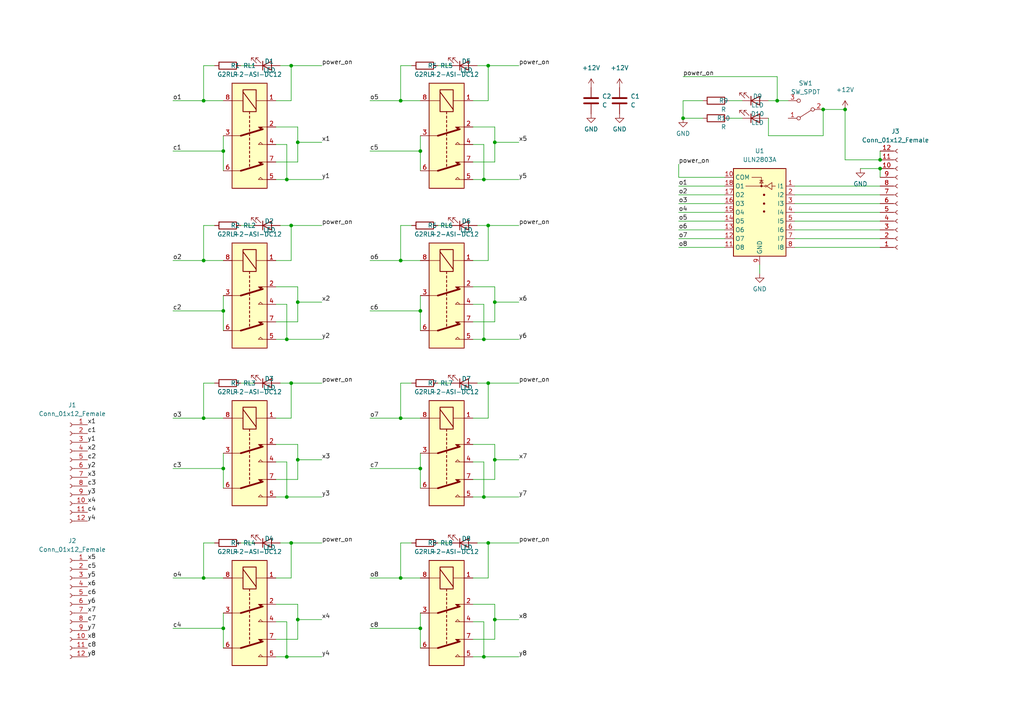
<source format=kicad_sch>
(kicad_sch (version 20211123) (generator eeschema)

  (uuid b4587e8e-a09c-4678-a577-9012e7fa9664)

  (paper "A4")

  (lib_symbols
    (symbol "Connector:Conn_01x12_Female" (pin_names (offset 1.016) hide) (in_bom yes) (on_board yes)
      (property "Reference" "J" (id 0) (at 0 15.24 0)
        (effects (font (size 1.27 1.27)))
      )
      (property "Value" "Conn_01x12_Female" (id 1) (at 0 -17.78 0)
        (effects (font (size 1.27 1.27)))
      )
      (property "Footprint" "" (id 2) (at 0 0 0)
        (effects (font (size 1.27 1.27)) hide)
      )
      (property "Datasheet" "~" (id 3) (at 0 0 0)
        (effects (font (size 1.27 1.27)) hide)
      )
      (property "ki_keywords" "connector" (id 4) (at 0 0 0)
        (effects (font (size 1.27 1.27)) hide)
      )
      (property "ki_description" "Generic connector, single row, 01x12, script generated (kicad-library-utils/schlib/autogen/connector/)" (id 5) (at 0 0 0)
        (effects (font (size 1.27 1.27)) hide)
      )
      (property "ki_fp_filters" "Connector*:*_1x??_*" (id 6) (at 0 0 0)
        (effects (font (size 1.27 1.27)) hide)
      )
      (symbol "Conn_01x12_Female_1_1"
        (arc (start 0 -14.732) (mid -0.508 -15.24) (end 0 -15.748)
          (stroke (width 0.1524) (type default) (color 0 0 0 0))
          (fill (type none))
        )
        (arc (start 0 -12.192) (mid -0.508 -12.7) (end 0 -13.208)
          (stroke (width 0.1524) (type default) (color 0 0 0 0))
          (fill (type none))
        )
        (arc (start 0 -9.652) (mid -0.508 -10.16) (end 0 -10.668)
          (stroke (width 0.1524) (type default) (color 0 0 0 0))
          (fill (type none))
        )
        (arc (start 0 -7.112) (mid -0.508 -7.62) (end 0 -8.128)
          (stroke (width 0.1524) (type default) (color 0 0 0 0))
          (fill (type none))
        )
        (arc (start 0 -4.572) (mid -0.508 -5.08) (end 0 -5.588)
          (stroke (width 0.1524) (type default) (color 0 0 0 0))
          (fill (type none))
        )
        (arc (start 0 -2.032) (mid -0.508 -2.54) (end 0 -3.048)
          (stroke (width 0.1524) (type default) (color 0 0 0 0))
          (fill (type none))
        )
        (polyline
          (pts
            (xy -1.27 -15.24)
            (xy -0.508 -15.24)
          )
          (stroke (width 0.1524) (type default) (color 0 0 0 0))
          (fill (type none))
        )
        (polyline
          (pts
            (xy -1.27 -12.7)
            (xy -0.508 -12.7)
          )
          (stroke (width 0.1524) (type default) (color 0 0 0 0))
          (fill (type none))
        )
        (polyline
          (pts
            (xy -1.27 -10.16)
            (xy -0.508 -10.16)
          )
          (stroke (width 0.1524) (type default) (color 0 0 0 0))
          (fill (type none))
        )
        (polyline
          (pts
            (xy -1.27 -7.62)
            (xy -0.508 -7.62)
          )
          (stroke (width 0.1524) (type default) (color 0 0 0 0))
          (fill (type none))
        )
        (polyline
          (pts
            (xy -1.27 -5.08)
            (xy -0.508 -5.08)
          )
          (stroke (width 0.1524) (type default) (color 0 0 0 0))
          (fill (type none))
        )
        (polyline
          (pts
            (xy -1.27 -2.54)
            (xy -0.508 -2.54)
          )
          (stroke (width 0.1524) (type default) (color 0 0 0 0))
          (fill (type none))
        )
        (polyline
          (pts
            (xy -1.27 0)
            (xy -0.508 0)
          )
          (stroke (width 0.1524) (type default) (color 0 0 0 0))
          (fill (type none))
        )
        (polyline
          (pts
            (xy -1.27 2.54)
            (xy -0.508 2.54)
          )
          (stroke (width 0.1524) (type default) (color 0 0 0 0))
          (fill (type none))
        )
        (polyline
          (pts
            (xy -1.27 5.08)
            (xy -0.508 5.08)
          )
          (stroke (width 0.1524) (type default) (color 0 0 0 0))
          (fill (type none))
        )
        (polyline
          (pts
            (xy -1.27 7.62)
            (xy -0.508 7.62)
          )
          (stroke (width 0.1524) (type default) (color 0 0 0 0))
          (fill (type none))
        )
        (polyline
          (pts
            (xy -1.27 10.16)
            (xy -0.508 10.16)
          )
          (stroke (width 0.1524) (type default) (color 0 0 0 0))
          (fill (type none))
        )
        (polyline
          (pts
            (xy -1.27 12.7)
            (xy -0.508 12.7)
          )
          (stroke (width 0.1524) (type default) (color 0 0 0 0))
          (fill (type none))
        )
        (arc (start 0 0.508) (mid -0.508 0) (end 0 -0.508)
          (stroke (width 0.1524) (type default) (color 0 0 0 0))
          (fill (type none))
        )
        (arc (start 0 3.048) (mid -0.508 2.54) (end 0 2.032)
          (stroke (width 0.1524) (type default) (color 0 0 0 0))
          (fill (type none))
        )
        (arc (start 0 5.588) (mid -0.508 5.08) (end 0 4.572)
          (stroke (width 0.1524) (type default) (color 0 0 0 0))
          (fill (type none))
        )
        (arc (start 0 8.128) (mid -0.508 7.62) (end 0 7.112)
          (stroke (width 0.1524) (type default) (color 0 0 0 0))
          (fill (type none))
        )
        (arc (start 0 10.668) (mid -0.508 10.16) (end 0 9.652)
          (stroke (width 0.1524) (type default) (color 0 0 0 0))
          (fill (type none))
        )
        (arc (start 0 13.208) (mid -0.508 12.7) (end 0 12.192)
          (stroke (width 0.1524) (type default) (color 0 0 0 0))
          (fill (type none))
        )
        (pin passive line (at -5.08 12.7 0) (length 3.81)
          (name "Pin_1" (effects (font (size 1.27 1.27))))
          (number "1" (effects (font (size 1.27 1.27))))
        )
        (pin passive line (at -5.08 -10.16 0) (length 3.81)
          (name "Pin_10" (effects (font (size 1.27 1.27))))
          (number "10" (effects (font (size 1.27 1.27))))
        )
        (pin passive line (at -5.08 -12.7 0) (length 3.81)
          (name "Pin_11" (effects (font (size 1.27 1.27))))
          (number "11" (effects (font (size 1.27 1.27))))
        )
        (pin passive line (at -5.08 -15.24 0) (length 3.81)
          (name "Pin_12" (effects (font (size 1.27 1.27))))
          (number "12" (effects (font (size 1.27 1.27))))
        )
        (pin passive line (at -5.08 10.16 0) (length 3.81)
          (name "Pin_2" (effects (font (size 1.27 1.27))))
          (number "2" (effects (font (size 1.27 1.27))))
        )
        (pin passive line (at -5.08 7.62 0) (length 3.81)
          (name "Pin_3" (effects (font (size 1.27 1.27))))
          (number "3" (effects (font (size 1.27 1.27))))
        )
        (pin passive line (at -5.08 5.08 0) (length 3.81)
          (name "Pin_4" (effects (font (size 1.27 1.27))))
          (number "4" (effects (font (size 1.27 1.27))))
        )
        (pin passive line (at -5.08 2.54 0) (length 3.81)
          (name "Pin_5" (effects (font (size 1.27 1.27))))
          (number "5" (effects (font (size 1.27 1.27))))
        )
        (pin passive line (at -5.08 0 0) (length 3.81)
          (name "Pin_6" (effects (font (size 1.27 1.27))))
          (number "6" (effects (font (size 1.27 1.27))))
        )
        (pin passive line (at -5.08 -2.54 0) (length 3.81)
          (name "Pin_7" (effects (font (size 1.27 1.27))))
          (number "7" (effects (font (size 1.27 1.27))))
        )
        (pin passive line (at -5.08 -5.08 0) (length 3.81)
          (name "Pin_8" (effects (font (size 1.27 1.27))))
          (number "8" (effects (font (size 1.27 1.27))))
        )
        (pin passive line (at -5.08 -7.62 0) (length 3.81)
          (name "Pin_9" (effects (font (size 1.27 1.27))))
          (number "9" (effects (font (size 1.27 1.27))))
        )
      )
    )
    (symbol "Device:C" (pin_numbers hide) (pin_names (offset 0.254)) (in_bom yes) (on_board yes)
      (property "Reference" "C" (id 0) (at 0.635 2.54 0)
        (effects (font (size 1.27 1.27)) (justify left))
      )
      (property "Value" "C" (id 1) (at 0.635 -2.54 0)
        (effects (font (size 1.27 1.27)) (justify left))
      )
      (property "Footprint" "" (id 2) (at 0.9652 -3.81 0)
        (effects (font (size 1.27 1.27)) hide)
      )
      (property "Datasheet" "~" (id 3) (at 0 0 0)
        (effects (font (size 1.27 1.27)) hide)
      )
      (property "ki_keywords" "cap capacitor" (id 4) (at 0 0 0)
        (effects (font (size 1.27 1.27)) hide)
      )
      (property "ki_description" "Unpolarized capacitor" (id 5) (at 0 0 0)
        (effects (font (size 1.27 1.27)) hide)
      )
      (property "ki_fp_filters" "C_*" (id 6) (at 0 0 0)
        (effects (font (size 1.27 1.27)) hide)
      )
      (symbol "C_0_1"
        (polyline
          (pts
            (xy -2.032 -0.762)
            (xy 2.032 -0.762)
          )
          (stroke (width 0.508) (type default) (color 0 0 0 0))
          (fill (type none))
        )
        (polyline
          (pts
            (xy -2.032 0.762)
            (xy 2.032 0.762)
          )
          (stroke (width 0.508) (type default) (color 0 0 0 0))
          (fill (type none))
        )
      )
      (symbol "C_1_1"
        (pin passive line (at 0 3.81 270) (length 2.794)
          (name "~" (effects (font (size 1.27 1.27))))
          (number "1" (effects (font (size 1.27 1.27))))
        )
        (pin passive line (at 0 -3.81 90) (length 2.794)
          (name "~" (effects (font (size 1.27 1.27))))
          (number "2" (effects (font (size 1.27 1.27))))
        )
      )
    )
    (symbol "Device:LED" (pin_numbers hide) (pin_names (offset 1.016) hide) (in_bom yes) (on_board yes)
      (property "Reference" "D" (id 0) (at 0 2.54 0)
        (effects (font (size 1.27 1.27)))
      )
      (property "Value" "LED" (id 1) (at 0 -2.54 0)
        (effects (font (size 1.27 1.27)))
      )
      (property "Footprint" "" (id 2) (at 0 0 0)
        (effects (font (size 1.27 1.27)) hide)
      )
      (property "Datasheet" "~" (id 3) (at 0 0 0)
        (effects (font (size 1.27 1.27)) hide)
      )
      (property "ki_keywords" "LED diode" (id 4) (at 0 0 0)
        (effects (font (size 1.27 1.27)) hide)
      )
      (property "ki_description" "Light emitting diode" (id 5) (at 0 0 0)
        (effects (font (size 1.27 1.27)) hide)
      )
      (property "ki_fp_filters" "LED* LED_SMD:* LED_THT:*" (id 6) (at 0 0 0)
        (effects (font (size 1.27 1.27)) hide)
      )
      (symbol "LED_0_1"
        (polyline
          (pts
            (xy -1.27 -1.27)
            (xy -1.27 1.27)
          )
          (stroke (width 0.254) (type default) (color 0 0 0 0))
          (fill (type none))
        )
        (polyline
          (pts
            (xy -1.27 0)
            (xy 1.27 0)
          )
          (stroke (width 0) (type default) (color 0 0 0 0))
          (fill (type none))
        )
        (polyline
          (pts
            (xy 1.27 -1.27)
            (xy 1.27 1.27)
            (xy -1.27 0)
            (xy 1.27 -1.27)
          )
          (stroke (width 0.254) (type default) (color 0 0 0 0))
          (fill (type none))
        )
        (polyline
          (pts
            (xy -3.048 -0.762)
            (xy -4.572 -2.286)
            (xy -3.81 -2.286)
            (xy -4.572 -2.286)
            (xy -4.572 -1.524)
          )
          (stroke (width 0) (type default) (color 0 0 0 0))
          (fill (type none))
        )
        (polyline
          (pts
            (xy -1.778 -0.762)
            (xy -3.302 -2.286)
            (xy -2.54 -2.286)
            (xy -3.302 -2.286)
            (xy -3.302 -1.524)
          )
          (stroke (width 0) (type default) (color 0 0 0 0))
          (fill (type none))
        )
      )
      (symbol "LED_1_1"
        (pin passive line (at -3.81 0 0) (length 2.54)
          (name "K" (effects (font (size 1.27 1.27))))
          (number "1" (effects (font (size 1.27 1.27))))
        )
        (pin passive line (at 3.81 0 180) (length 2.54)
          (name "A" (effects (font (size 1.27 1.27))))
          (number "2" (effects (font (size 1.27 1.27))))
        )
      )
    )
    (symbol "Device:R" (pin_numbers hide) (pin_names (offset 0)) (in_bom yes) (on_board yes)
      (property "Reference" "R" (id 0) (at 2.032 0 90)
        (effects (font (size 1.27 1.27)))
      )
      (property "Value" "R" (id 1) (at 0 0 90)
        (effects (font (size 1.27 1.27)))
      )
      (property "Footprint" "" (id 2) (at -1.778 0 90)
        (effects (font (size 1.27 1.27)) hide)
      )
      (property "Datasheet" "~" (id 3) (at 0 0 0)
        (effects (font (size 1.27 1.27)) hide)
      )
      (property "ki_keywords" "R res resistor" (id 4) (at 0 0 0)
        (effects (font (size 1.27 1.27)) hide)
      )
      (property "ki_description" "Resistor" (id 5) (at 0 0 0)
        (effects (font (size 1.27 1.27)) hide)
      )
      (property "ki_fp_filters" "R_*" (id 6) (at 0 0 0)
        (effects (font (size 1.27 1.27)) hide)
      )
      (symbol "R_0_1"
        (rectangle (start -1.016 -2.54) (end 1.016 2.54)
          (stroke (width 0.254) (type default) (color 0 0 0 0))
          (fill (type none))
        )
      )
      (symbol "R_1_1"
        (pin passive line (at 0 3.81 270) (length 1.27)
          (name "~" (effects (font (size 1.27 1.27))))
          (number "1" (effects (font (size 1.27 1.27))))
        )
        (pin passive line (at 0 -3.81 90) (length 1.27)
          (name "~" (effects (font (size 1.27 1.27))))
          (number "2" (effects (font (size 1.27 1.27))))
        )
      )
    )
    (symbol "Relay:G2RL-2-ASI-DC12" (in_bom yes) (on_board yes)
      (property "Reference" "RL" (id 0) (at 16.51 3.81 0)
        (effects (font (size 1.27 1.27)) (justify left))
      )
      (property "Value" "G2RL-2-ASI-DC12" (id 1) (at 16.51 1.27 0)
        (effects (font (size 1.27 1.27)) (justify left))
      )
      (property "Footprint" "Relay_THT:Relay_DPDT_Omron_G2RL" (id 2) (at 16.51 -1.27 0)
        (effects (font (size 1.27 1.27)) (justify left) hide)
      )
      (property "Datasheet" "https://omronfs.omron.com/en_US/ecb/products/pdf/en-g2rl.pdf" (id 3) (at 0 0 0)
        (effects (font (size 1.27 1.27)) hide)
      )
      (property "ki_keywords" "Omron Relay Dual Pole" (id 4) (at 0 0 0)
        (effects (font (size 1.27 1.27)) hide)
      )
      (property "ki_description" "General Purpose Relay DPDT (2 Form C) Through Hole, Omron G2RL series, AgSnIn (large inrush current) contacts, 12V coil" (id 5) (at 0 0 0)
        (effects (font (size 1.27 1.27)) hide)
      )
      (property "ki_fp_filters" "Relay*DPDT*Omron*G2RL*" (id 6) (at 0 0 0)
        (effects (font (size 1.27 1.27)) hide)
      )
      (symbol "G2RL-2-ASI-DC12_0_1"
        (rectangle (start -15.24 5.08) (end 15.24 -5.08)
          (stroke (width 0.254) (type default) (color 0 0 0 0))
          (fill (type background))
        )
        (rectangle (start -13.335 1.905) (end -6.985 -1.905)
          (stroke (width 0.254) (type default) (color 0 0 0 0))
          (fill (type none))
        )
        (polyline
          (pts
            (xy -12.7 -1.905)
            (xy -7.62 1.905)
          )
          (stroke (width 0.254) (type default) (color 0 0 0 0))
          (fill (type none))
        )
        (polyline
          (pts
            (xy -10.16 -5.08)
            (xy -10.16 -1.905)
          )
          (stroke (width 0) (type default) (color 0 0 0 0))
          (fill (type none))
        )
        (polyline
          (pts
            (xy -10.16 5.08)
            (xy -10.16 1.905)
          )
          (stroke (width 0) (type default) (color 0 0 0 0))
          (fill (type none))
        )
        (polyline
          (pts
            (xy -6.985 0)
            (xy -6.35 0)
          )
          (stroke (width 0.254) (type default) (color 0 0 0 0))
          (fill (type none))
        )
        (polyline
          (pts
            (xy -5.715 0)
            (xy -5.08 0)
          )
          (stroke (width 0.254) (type default) (color 0 0 0 0))
          (fill (type none))
        )
        (polyline
          (pts
            (xy -4.445 0)
            (xy -3.81 0)
          )
          (stroke (width 0.254) (type default) (color 0 0 0 0))
          (fill (type none))
        )
        (polyline
          (pts
            (xy -3.175 0)
            (xy -2.54 0)
          )
          (stroke (width 0.254) (type default) (color 0 0 0 0))
          (fill (type none))
        )
        (polyline
          (pts
            (xy -1.905 0)
            (xy -1.27 0)
          )
          (stroke (width 0.254) (type default) (color 0 0 0 0))
          (fill (type none))
        )
        (polyline
          (pts
            (xy -0.635 0)
            (xy 0 0)
          )
          (stroke (width 0.254) (type default) (color 0 0 0 0))
          (fill (type none))
        )
        (polyline
          (pts
            (xy 0 -2.54)
            (xy -1.905 3.81)
          )
          (stroke (width 0.508) (type default) (color 0 0 0 0))
          (fill (type none))
        )
        (polyline
          (pts
            (xy 0 -2.54)
            (xy 0 -5.08)
          )
          (stroke (width 0) (type default) (color 0 0 0 0))
          (fill (type none))
        )
        (polyline
          (pts
            (xy 0.635 0)
            (xy 1.27 0)
          )
          (stroke (width 0.254) (type default) (color 0 0 0 0))
          (fill (type none))
        )
        (polyline
          (pts
            (xy 1.905 0)
            (xy 2.54 0)
          )
          (stroke (width 0.254) (type default) (color 0 0 0 0))
          (fill (type none))
        )
        (polyline
          (pts
            (xy 3.175 0)
            (xy 3.81 0)
          )
          (stroke (width 0.254) (type default) (color 0 0 0 0))
          (fill (type none))
        )
        (polyline
          (pts
            (xy 4.445 0)
            (xy 5.08 0)
          )
          (stroke (width 0.254) (type default) (color 0 0 0 0))
          (fill (type none))
        )
        (polyline
          (pts
            (xy 5.715 0)
            (xy 6.35 0)
          )
          (stroke (width 0.254) (type default) (color 0 0 0 0))
          (fill (type none))
        )
        (polyline
          (pts
            (xy 6.985 0)
            (xy 7.62 0)
          )
          (stroke (width 0.254) (type default) (color 0 0 0 0))
          (fill (type none))
        )
        (polyline
          (pts
            (xy 8.255 0)
            (xy 8.89 0)
          )
          (stroke (width 0.254) (type default) (color 0 0 0 0))
          (fill (type none))
        )
        (polyline
          (pts
            (xy 10.16 -2.54)
            (xy 8.255 3.81)
          )
          (stroke (width 0.508) (type default) (color 0 0 0 0))
          (fill (type none))
        )
        (polyline
          (pts
            (xy 10.16 -2.54)
            (xy 10.16 -5.08)
          )
          (stroke (width 0) (type default) (color 0 0 0 0))
          (fill (type none))
        )
        (polyline
          (pts
            (xy -2.54 5.08)
            (xy -2.54 2.54)
            (xy -1.905 3.175)
            (xy -2.54 3.81)
          )
          (stroke (width 0) (type default) (color 0 0 0 0))
          (fill (type outline))
        )
        (polyline
          (pts
            (xy 2.54 5.08)
            (xy 2.54 2.54)
            (xy 1.905 3.175)
            (xy 2.54 3.81)
          )
          (stroke (width 0) (type default) (color 0 0 0 0))
          (fill (type none))
        )
        (polyline
          (pts
            (xy 7.62 5.08)
            (xy 7.62 2.54)
            (xy 8.255 3.175)
            (xy 7.62 3.81)
          )
          (stroke (width 0) (type default) (color 0 0 0 0))
          (fill (type outline))
        )
        (polyline
          (pts
            (xy 12.7 5.08)
            (xy 12.7 2.54)
            (xy 12.065 3.175)
            (xy 12.7 3.81)
          )
          (stroke (width 0) (type default) (color 0 0 0 0))
          (fill (type none))
        )
      )
      (symbol "G2RL-2-ASI-DC12_1_1"
        (pin passive line (at -10.16 7.62 270) (length 2.54)
          (name "~" (effects (font (size 1.27 1.27))))
          (number "1" (effects (font (size 1.27 1.27))))
        )
        (pin passive line (at -2.54 7.62 270) (length 2.54)
          (name "~" (effects (font (size 1.27 1.27))))
          (number "2" (effects (font (size 1.27 1.27))))
        )
        (pin passive line (at 0 -7.62 90) (length 2.54)
          (name "~" (effects (font (size 1.27 1.27))))
          (number "3" (effects (font (size 1.27 1.27))))
        )
        (pin passive line (at 2.54 7.62 270) (length 2.54)
          (name "~" (effects (font (size 1.27 1.27))))
          (number "4" (effects (font (size 1.27 1.27))))
        )
        (pin passive line (at 12.7 7.62 270) (length 2.54)
          (name "~" (effects (font (size 1.27 1.27))))
          (number "5" (effects (font (size 1.27 1.27))))
        )
        (pin passive line (at 10.16 -7.62 90) (length 2.54)
          (name "~" (effects (font (size 1.27 1.27))))
          (number "6" (effects (font (size 1.27 1.27))))
        )
        (pin passive line (at 7.62 7.62 270) (length 2.54)
          (name "~" (effects (font (size 1.27 1.27))))
          (number "7" (effects (font (size 1.27 1.27))))
        )
        (pin passive line (at -10.16 -7.62 90) (length 2.54)
          (name "~" (effects (font (size 1.27 1.27))))
          (number "8" (effects (font (size 1.27 1.27))))
        )
      )
    )
    (symbol "Switch:SW_SPDT" (pin_names (offset 0) hide) (in_bom yes) (on_board yes)
      (property "Reference" "SW" (id 0) (at 0 4.318 0)
        (effects (font (size 1.27 1.27)))
      )
      (property "Value" "SW_SPDT" (id 1) (at 0 -5.08 0)
        (effects (font (size 1.27 1.27)))
      )
      (property "Footprint" "" (id 2) (at 0 0 0)
        (effects (font (size 1.27 1.27)) hide)
      )
      (property "Datasheet" "~" (id 3) (at 0 0 0)
        (effects (font (size 1.27 1.27)) hide)
      )
      (property "ki_keywords" "switch single-pole double-throw spdt ON-ON" (id 4) (at 0 0 0)
        (effects (font (size 1.27 1.27)) hide)
      )
      (property "ki_description" "Switch, single pole double throw" (id 5) (at 0 0 0)
        (effects (font (size 1.27 1.27)) hide)
      )
      (symbol "SW_SPDT_0_0"
        (circle (center -2.032 0) (radius 0.508)
          (stroke (width 0) (type default) (color 0 0 0 0))
          (fill (type none))
        )
        (circle (center 2.032 -2.54) (radius 0.508)
          (stroke (width 0) (type default) (color 0 0 0 0))
          (fill (type none))
        )
      )
      (symbol "SW_SPDT_0_1"
        (polyline
          (pts
            (xy -1.524 0.254)
            (xy 1.651 2.286)
          )
          (stroke (width 0) (type default) (color 0 0 0 0))
          (fill (type none))
        )
        (circle (center 2.032 2.54) (radius 0.508)
          (stroke (width 0) (type default) (color 0 0 0 0))
          (fill (type none))
        )
      )
      (symbol "SW_SPDT_1_1"
        (pin passive line (at 5.08 2.54 180) (length 2.54)
          (name "A" (effects (font (size 1.27 1.27))))
          (number "1" (effects (font (size 1.27 1.27))))
        )
        (pin passive line (at -5.08 0 0) (length 2.54)
          (name "B" (effects (font (size 1.27 1.27))))
          (number "2" (effects (font (size 1.27 1.27))))
        )
        (pin passive line (at 5.08 -2.54 180) (length 2.54)
          (name "C" (effects (font (size 1.27 1.27))))
          (number "3" (effects (font (size 1.27 1.27))))
        )
      )
    )
    (symbol "Transistor_Array:ULN2803A" (in_bom yes) (on_board yes)
      (property "Reference" "U" (id 0) (at 0 13.335 0)
        (effects (font (size 1.27 1.27)))
      )
      (property "Value" "ULN2803A" (id 1) (at 0 11.43 0)
        (effects (font (size 1.27 1.27)))
      )
      (property "Footprint" "" (id 2) (at 1.27 -16.51 0)
        (effects (font (size 1.27 1.27)) (justify left) hide)
      )
      (property "Datasheet" "http://www.ti.com/lit/ds/symlink/uln2803a.pdf" (id 3) (at 2.54 -5.08 0)
        (effects (font (size 1.27 1.27)) hide)
      )
      (property "ki_keywords" "Darlington transistor array" (id 4) (at 0 0 0)
        (effects (font (size 1.27 1.27)) hide)
      )
      (property "ki_description" "Darlington Transistor Arrays, SOIC18/DIP18" (id 5) (at 0 0 0)
        (effects (font (size 1.27 1.27)) hide)
      )
      (property "ki_fp_filters" "DIP*W7.62mm* SOIC*7.5x11.6mm*P1.27mm*" (id 6) (at 0 0 0)
        (effects (font (size 1.27 1.27)) hide)
      )
      (symbol "ULN2803A_0_1"
        (rectangle (start -7.62 -15.24) (end 7.62 10.16)
          (stroke (width 0.254) (type default) (color 0 0 0 0))
          (fill (type background))
        )
        (circle (center -1.778 5.08) (radius 0.254)
          (stroke (width 0) (type default) (color 0 0 0 0))
          (fill (type none))
        )
        (circle (center -1.27 -2.286) (radius 0.254)
          (stroke (width 0) (type default) (color 0 0 0 0))
          (fill (type outline))
        )
        (circle (center -1.27 0) (radius 0.254)
          (stroke (width 0) (type default) (color 0 0 0 0))
          (fill (type outline))
        )
        (circle (center -1.27 2.54) (radius 0.254)
          (stroke (width 0) (type default) (color 0 0 0 0))
          (fill (type outline))
        )
        (circle (center -0.508 5.08) (radius 0.254)
          (stroke (width 0) (type default) (color 0 0 0 0))
          (fill (type outline))
        )
        (polyline
          (pts
            (xy -4.572 5.08)
            (xy -3.556 5.08)
          )
          (stroke (width 0) (type default) (color 0 0 0 0))
          (fill (type none))
        )
        (polyline
          (pts
            (xy -1.524 5.08)
            (xy 4.064 5.08)
          )
          (stroke (width 0) (type default) (color 0 0 0 0))
          (fill (type none))
        )
        (polyline
          (pts
            (xy 0 6.731)
            (xy -1.016 6.731)
          )
          (stroke (width 0) (type default) (color 0 0 0 0))
          (fill (type none))
        )
        (polyline
          (pts
            (xy -0.508 5.08)
            (xy -0.508 7.62)
            (xy 2.286 7.62)
          )
          (stroke (width 0) (type default) (color 0 0 0 0))
          (fill (type none))
        )
        (polyline
          (pts
            (xy -3.556 6.096)
            (xy -3.556 4.064)
            (xy -2.032 5.08)
            (xy -3.556 6.096)
          )
          (stroke (width 0) (type default) (color 0 0 0 0))
          (fill (type none))
        )
        (polyline
          (pts
            (xy 0 5.969)
            (xy -1.016 5.969)
            (xy -0.508 6.731)
            (xy 0 5.969)
          )
          (stroke (width 0) (type default) (color 0 0 0 0))
          (fill (type none))
        )
      )
      (symbol "ULN2803A_1_1"
        (pin input line (at -10.16 5.08 0) (length 2.54)
          (name "I1" (effects (font (size 1.27 1.27))))
          (number "1" (effects (font (size 1.27 1.27))))
        )
        (pin passive line (at 10.16 7.62 180) (length 2.54)
          (name "COM" (effects (font (size 1.27 1.27))))
          (number "10" (effects (font (size 1.27 1.27))))
        )
        (pin open_collector line (at 10.16 -12.7 180) (length 2.54)
          (name "O8" (effects (font (size 1.27 1.27))))
          (number "11" (effects (font (size 1.27 1.27))))
        )
        (pin open_collector line (at 10.16 -10.16 180) (length 2.54)
          (name "O7" (effects (font (size 1.27 1.27))))
          (number "12" (effects (font (size 1.27 1.27))))
        )
        (pin open_collector line (at 10.16 -7.62 180) (length 2.54)
          (name "O6" (effects (font (size 1.27 1.27))))
          (number "13" (effects (font (size 1.27 1.27))))
        )
        (pin open_collector line (at 10.16 -5.08 180) (length 2.54)
          (name "O5" (effects (font (size 1.27 1.27))))
          (number "14" (effects (font (size 1.27 1.27))))
        )
        (pin open_collector line (at 10.16 -2.54 180) (length 2.54)
          (name "O4" (effects (font (size 1.27 1.27))))
          (number "15" (effects (font (size 1.27 1.27))))
        )
        (pin open_collector line (at 10.16 0 180) (length 2.54)
          (name "O3" (effects (font (size 1.27 1.27))))
          (number "16" (effects (font (size 1.27 1.27))))
        )
        (pin open_collector line (at 10.16 2.54 180) (length 2.54)
          (name "O2" (effects (font (size 1.27 1.27))))
          (number "17" (effects (font (size 1.27 1.27))))
        )
        (pin open_collector line (at 10.16 5.08 180) (length 2.54)
          (name "O1" (effects (font (size 1.27 1.27))))
          (number "18" (effects (font (size 1.27 1.27))))
        )
        (pin input line (at -10.16 2.54 0) (length 2.54)
          (name "I2" (effects (font (size 1.27 1.27))))
          (number "2" (effects (font (size 1.27 1.27))))
        )
        (pin input line (at -10.16 0 0) (length 2.54)
          (name "I3" (effects (font (size 1.27 1.27))))
          (number "3" (effects (font (size 1.27 1.27))))
        )
        (pin input line (at -10.16 -2.54 0) (length 2.54)
          (name "I4" (effects (font (size 1.27 1.27))))
          (number "4" (effects (font (size 1.27 1.27))))
        )
        (pin input line (at -10.16 -5.08 0) (length 2.54)
          (name "I5" (effects (font (size 1.27 1.27))))
          (number "5" (effects (font (size 1.27 1.27))))
        )
        (pin input line (at -10.16 -7.62 0) (length 2.54)
          (name "I6" (effects (font (size 1.27 1.27))))
          (number "6" (effects (font (size 1.27 1.27))))
        )
        (pin input line (at -10.16 -10.16 0) (length 2.54)
          (name "I7" (effects (font (size 1.27 1.27))))
          (number "7" (effects (font (size 1.27 1.27))))
        )
        (pin input line (at -10.16 -12.7 0) (length 2.54)
          (name "I8" (effects (font (size 1.27 1.27))))
          (number "8" (effects (font (size 1.27 1.27))))
        )
        (pin power_in line (at 0 -17.78 90) (length 2.54)
          (name "GND" (effects (font (size 1.27 1.27))))
          (number "9" (effects (font (size 1.27 1.27))))
        )
      )
    )
    (symbol "power:+12V" (power) (pin_names (offset 0)) (in_bom yes) (on_board yes)
      (property "Reference" "#PWR" (id 0) (at 0 -3.81 0)
        (effects (font (size 1.27 1.27)) hide)
      )
      (property "Value" "+12V" (id 1) (at 0 3.556 0)
        (effects (font (size 1.27 1.27)))
      )
      (property "Footprint" "" (id 2) (at 0 0 0)
        (effects (font (size 1.27 1.27)) hide)
      )
      (property "Datasheet" "" (id 3) (at 0 0 0)
        (effects (font (size 1.27 1.27)) hide)
      )
      (property "ki_keywords" "power-flag" (id 4) (at 0 0 0)
        (effects (font (size 1.27 1.27)) hide)
      )
      (property "ki_description" "Power symbol creates a global label with name \"+12V\"" (id 5) (at 0 0 0)
        (effects (font (size 1.27 1.27)) hide)
      )
      (symbol "+12V_0_1"
        (polyline
          (pts
            (xy -0.762 1.27)
            (xy 0 2.54)
          )
          (stroke (width 0) (type default) (color 0 0 0 0))
          (fill (type none))
        )
        (polyline
          (pts
            (xy 0 0)
            (xy 0 2.54)
          )
          (stroke (width 0) (type default) (color 0 0 0 0))
          (fill (type none))
        )
        (polyline
          (pts
            (xy 0 2.54)
            (xy 0.762 1.27)
          )
          (stroke (width 0) (type default) (color 0 0 0 0))
          (fill (type none))
        )
      )
      (symbol "+12V_1_1"
        (pin power_in line (at 0 0 90) (length 0) hide
          (name "+12V" (effects (font (size 1.27 1.27))))
          (number "1" (effects (font (size 1.27 1.27))))
        )
      )
    )
    (symbol "power:GND" (power) (pin_names (offset 0)) (in_bom yes) (on_board yes)
      (property "Reference" "#PWR" (id 0) (at 0 -6.35 0)
        (effects (font (size 1.27 1.27)) hide)
      )
      (property "Value" "GND" (id 1) (at 0 -3.81 0)
        (effects (font (size 1.27 1.27)))
      )
      (property "Footprint" "" (id 2) (at 0 0 0)
        (effects (font (size 1.27 1.27)) hide)
      )
      (property "Datasheet" "" (id 3) (at 0 0 0)
        (effects (font (size 1.27 1.27)) hide)
      )
      (property "ki_keywords" "power-flag" (id 4) (at 0 0 0)
        (effects (font (size 1.27 1.27)) hide)
      )
      (property "ki_description" "Power symbol creates a global label with name \"GND\" , ground" (id 5) (at 0 0 0)
        (effects (font (size 1.27 1.27)) hide)
      )
      (symbol "GND_0_1"
        (polyline
          (pts
            (xy 0 0)
            (xy 0 -1.27)
            (xy 1.27 -1.27)
            (xy 0 -2.54)
            (xy -1.27 -1.27)
            (xy 0 -1.27)
          )
          (stroke (width 0) (type default) (color 0 0 0 0))
          (fill (type none))
        )
      )
      (symbol "GND_1_1"
        (pin power_in line (at 0 0 270) (length 0) hide
          (name "GND" (effects (font (size 1.27 1.27))))
          (number "1" (effects (font (size 1.27 1.27))))
        )
      )
    )
  )

  (junction (at 84.455 157.48) (diameter 0) (color 0 0 0 0)
    (uuid 06ce45b9-6325-4cee-892d-6b857805c0a3)
  )
  (junction (at 84.455 111.125) (diameter 0) (color 0 0 0 0)
    (uuid 1259b044-9c3a-4b73-8e48-c42d31a6e485)
  )
  (junction (at 116.205 75.565) (diameter 0) (color 0 0 0 0)
    (uuid 126fdd8d-f9ba-4c1c-a791-00e57ecef6ae)
  )
  (junction (at 140.335 144.145) (diameter 0) (color 0 0 0 0)
    (uuid 12bf51c0-a7ca-4b46-a53a-c781cafa01ef)
  )
  (junction (at 143.51 87.63) (diameter 0) (color 0 0 0 0)
    (uuid 12e5bc92-43bc-49a9-ab89-ebcdfdd1b12b)
  )
  (junction (at 64.77 182.245) (diameter 0) (color 0 0 0 0)
    (uuid 1337eedf-75f4-48fc-9eba-0bdbb558747a)
  )
  (junction (at 86.36 41.275) (diameter 0) (color 0 0 0 0)
    (uuid 15b65f2d-8bc3-4922-aca6-0d43c54fceb5)
  )
  (junction (at 84.455 65.405) (diameter 0) (color 0 0 0 0)
    (uuid 15bbab78-3cc5-4633-836e-1b9e544fc274)
  )
  (junction (at 83.185 98.425) (diameter 0) (color 0 0 0 0)
    (uuid 19a331df-8977-4b3f-a069-09ea2acea1cd)
  )
  (junction (at 59.055 167.64) (diameter 0) (color 0 0 0 0)
    (uuid 22840ee7-cd3c-4116-96c0-c74e01b4eff8)
  )
  (junction (at 121.92 135.89) (diameter 0) (color 0 0 0 0)
    (uuid 33b74fb7-34ec-4efb-b0b9-1f5484deedd5)
  )
  (junction (at 140.335 52.07) (diameter 0) (color 0 0 0 0)
    (uuid 34717d93-c148-47b9-ada7-c0a48d84add3)
  )
  (junction (at 141.605 111.125) (diameter 0) (color 0 0 0 0)
    (uuid 349e9d6a-dcfb-41d7-8a0e-39851f844625)
  )
  (junction (at 116.205 167.64) (diameter 0) (color 0 0 0 0)
    (uuid 34fad806-e390-46f6-803a-9dafe5b22da8)
  )
  (junction (at 59.055 29.21) (diameter 0) (color 0 0 0 0)
    (uuid 41aa5aac-74e5-496b-9268-ef7ec32af98c)
  )
  (junction (at 116.205 121.285) (diameter 0) (color 0 0 0 0)
    (uuid 4f2c2e8b-f0f9-413e-85eb-d018e20b4151)
  )
  (junction (at 83.185 190.5) (diameter 0) (color 0 0 0 0)
    (uuid 5074d1e9-5484-4541-a155-5024d649251c)
  )
  (junction (at 121.92 43.815) (diameter 0) (color 0 0 0 0)
    (uuid 600e5405-32a3-4348-bf70-d97448a87888)
  )
  (junction (at 83.185 52.07) (diameter 0) (color 0 0 0 0)
    (uuid 77bf6316-9ca2-47ad-8013-cd7e2f3f75ed)
  )
  (junction (at 84.455 19.05) (diameter 0) (color 0 0 0 0)
    (uuid 7a1a5222-2be5-49b2-a75c-f34565f3a81f)
  )
  (junction (at 255.27 46.355) (diameter 0) (color 0 0 0 0)
    (uuid 7cea8ca8-f077-4405-975d-128e0c219c88)
  )
  (junction (at 86.36 133.35) (diameter 0) (color 0 0 0 0)
    (uuid 881b455b-3eac-43bb-ba28-46ecd64a3386)
  )
  (junction (at 141.605 19.05) (diameter 0) (color 0 0 0 0)
    (uuid 88999822-f9b7-4534-a567-91e881abc439)
  )
  (junction (at 64.77 135.89) (diameter 0) (color 0 0 0 0)
    (uuid 9cddb8ee-1fd3-43d3-b904-e182e70c69e4)
  )
  (junction (at 116.205 29.21) (diameter 0) (color 0 0 0 0)
    (uuid a41b152c-4774-44f8-97b6-bd5b2ccbc082)
  )
  (junction (at 255.27 48.895) (diameter 0) (color 0 0 0 0)
    (uuid a6cf849d-b4f6-4096-a24a-5d7b9651275f)
  )
  (junction (at 141.605 65.405) (diameter 0) (color 0 0 0 0)
    (uuid ae8afcad-e1ff-4da6-99f4-1fdb8a5fb867)
  )
  (junction (at 245.11 31.75) (diameter 0) (color 0 0 0 0)
    (uuid bbd94582-032b-42c7-b73a-6fb8d648badd)
  )
  (junction (at 59.055 121.285) (diameter 0) (color 0 0 0 0)
    (uuid c72fd04e-4e7f-4647-9f15-96e6c4bb9cbe)
  )
  (junction (at 225.425 29.21) (diameter 0) (color 0 0 0 0)
    (uuid ca1713ef-a042-4ff1-9fb5-d24c03cef0c8)
  )
  (junction (at 143.51 133.35) (diameter 0) (color 0 0 0 0)
    (uuid d35d8387-3e38-4584-8707-ee61f2410ab9)
  )
  (junction (at 64.77 43.815) (diameter 0) (color 0 0 0 0)
    (uuid d3de035f-245d-444f-97ae-4b7a958a5c65)
  )
  (junction (at 86.36 179.705) (diameter 0) (color 0 0 0 0)
    (uuid d8974ff3-53d6-4e76-ba8b-93de23b9ffe4)
  )
  (junction (at 141.605 157.48) (diameter 0) (color 0 0 0 0)
    (uuid e1e548e9-8016-4140-81d9-13dbd7c327ce)
  )
  (junction (at 59.055 75.565) (diameter 0) (color 0 0 0 0)
    (uuid e35e4b75-9cd4-4d22-82af-e4724f9b170c)
  )
  (junction (at 121.92 182.245) (diameter 0) (color 0 0 0 0)
    (uuid e4ac14c2-cfa0-4956-82be-31e2d93c1450)
  )
  (junction (at 140.335 190.5) (diameter 0) (color 0 0 0 0)
    (uuid e648e7be-aab1-4483-bcde-efae233ecdfa)
  )
  (junction (at 238.76 31.75) (diameter 0) (color 0 0 0 0)
    (uuid e7c29e23-3f79-4baa-9e1d-0cc49e57c2dc)
  )
  (junction (at 121.92 90.17) (diameter 0) (color 0 0 0 0)
    (uuid f159489e-16dc-4a5b-b8cc-f82ba74bbe22)
  )
  (junction (at 140.335 98.425) (diameter 0) (color 0 0 0 0)
    (uuid f2d14a17-e774-48d1-a718-90220defb5b4)
  )
  (junction (at 198.12 34.29) (diameter 0) (color 0 0 0 0)
    (uuid f92341ff-8803-4248-a301-714f1c962854)
  )
  (junction (at 143.51 41.275) (diameter 0) (color 0 0 0 0)
    (uuid f96ae670-db0d-4a1c-8ef5-9fa2e854fe1e)
  )
  (junction (at 64.77 90.17) (diameter 0) (color 0 0 0 0)
    (uuid fbce6534-69f9-4187-9f53-8de53841c03e)
  )
  (junction (at 143.51 179.705) (diameter 0) (color 0 0 0 0)
    (uuid fc03b035-17bd-418c-9ab4-6224723c6795)
  )
  (junction (at 83.185 144.145) (diameter 0) (color 0 0 0 0)
    (uuid feaa4562-d165-4761-9303-8a223053a688)
  )
  (junction (at 86.36 87.63) (diameter 0) (color 0 0 0 0)
    (uuid ff3ae1da-4857-41a0-9113-2d1835117cad)
  )

  (wire (pts (xy 107.315 167.64) (xy 116.205 167.64))
    (stroke (width 0) (type default) (color 0 0 0 0))
    (uuid 01ce37cf-25b3-4ce4-a647-e25b6fe3bfc9)
  )
  (wire (pts (xy 121.92 131.445) (xy 121.92 135.89))
    (stroke (width 0) (type default) (color 0 0 0 0))
    (uuid 0204c2cd-1399-4380-972a-b7a413631163)
  )
  (wire (pts (xy 143.51 133.35) (xy 143.51 139.065))
    (stroke (width 0) (type default) (color 0 0 0 0))
    (uuid 04354c7c-f444-492c-b64a-1c1b648fe97b)
  )
  (wire (pts (xy 80.01 133.985) (xy 83.185 133.985))
    (stroke (width 0) (type default) (color 0 0 0 0))
    (uuid 0463c1f0-0906-449f-8dfd-e59d041288d3)
  )
  (wire (pts (xy 143.51 128.905) (xy 143.51 133.35))
    (stroke (width 0) (type default) (color 0 0 0 0))
    (uuid 0591cfaf-0cbd-49bf-af34-3888f0f2d304)
  )
  (wire (pts (xy 62.23 157.48) (xy 59.055 157.48))
    (stroke (width 0) (type default) (color 0 0 0 0))
    (uuid 075bc171-b9f5-4bb6-a0d8-d30aefbf39c2)
  )
  (wire (pts (xy 81.28 111.125) (xy 84.455 111.125))
    (stroke (width 0) (type default) (color 0 0 0 0))
    (uuid 077ccf20-1c32-4e1b-adc1-1d9b3e5d0ade)
  )
  (wire (pts (xy 64.77 177.8) (xy 64.77 182.245))
    (stroke (width 0) (type default) (color 0 0 0 0))
    (uuid 08f059c1-75b8-4fd9-8e5a-23552307179e)
  )
  (wire (pts (xy 215.265 29.21) (xy 211.455 29.21))
    (stroke (width 0) (type default) (color 0 0 0 0))
    (uuid 0bdaf3df-31aa-4de3-ab79-df53eee03546)
  )
  (wire (pts (xy 245.11 31.75) (xy 245.11 46.355))
    (stroke (width 0) (type default) (color 0 0 0 0))
    (uuid 0be206f6-ff42-4dcd-b9d6-2184970a7840)
  )
  (wire (pts (xy 86.36 133.35) (xy 86.36 139.065))
    (stroke (width 0) (type default) (color 0 0 0 0))
    (uuid 0cb4a8c9-23f0-41e6-8de8-c8c2f3cc4c74)
  )
  (wire (pts (xy 116.205 111.125) (xy 116.205 121.285))
    (stroke (width 0) (type default) (color 0 0 0 0))
    (uuid 0f66af4b-a22b-41f5-a0c4-c1223a5dbbc9)
  )
  (wire (pts (xy 137.16 83.185) (xy 143.51 83.185))
    (stroke (width 0) (type default) (color 0 0 0 0))
    (uuid 0fa359c2-14f5-4fc5-81f2-cbbbdf9941e8)
  )
  (wire (pts (xy 198.12 34.29) (xy 203.835 34.29))
    (stroke (width 0) (type default) (color 0 0 0 0))
    (uuid 11e78b73-8c86-4cf3-89ff-42caa822cce2)
  )
  (wire (pts (xy 64.77 182.245) (xy 64.77 187.96))
    (stroke (width 0) (type default) (color 0 0 0 0))
    (uuid 12c6b0c3-74cd-44a4-a2a3-e9e17f710c1f)
  )
  (wire (pts (xy 121.92 39.37) (xy 121.92 43.815))
    (stroke (width 0) (type default) (color 0 0 0 0))
    (uuid 19986857-d974-44bb-a524-4acfa8895b85)
  )
  (wire (pts (xy 86.36 139.065) (xy 80.01 139.065))
    (stroke (width 0) (type default) (color 0 0 0 0))
    (uuid 1b71e885-423e-4703-bf9d-78973f867b66)
  )
  (wire (pts (xy 59.055 167.64) (xy 64.77 167.64))
    (stroke (width 0) (type default) (color 0 0 0 0))
    (uuid 1cbee7e5-b6f1-47bc-b17e-8b49bdbfd3f8)
  )
  (wire (pts (xy 59.055 157.48) (xy 59.055 167.64))
    (stroke (width 0) (type default) (color 0 0 0 0))
    (uuid 1ceef614-1ad3-4e00-a809-fc0f5adc74e9)
  )
  (wire (pts (xy 230.505 71.755) (xy 255.27 71.755))
    (stroke (width 0) (type default) (color 0 0 0 0))
    (uuid 1cf1b835-2a3b-4230-b5a7-a50c8a692fd4)
  )
  (wire (pts (xy 230.505 66.675) (xy 255.27 66.675))
    (stroke (width 0) (type default) (color 0 0 0 0))
    (uuid 206389b3-065e-4647-a134-3dafec2eea73)
  )
  (wire (pts (xy 143.51 41.275) (xy 150.495 41.275))
    (stroke (width 0) (type default) (color 0 0 0 0))
    (uuid 24dd58f7-796a-41e8-9f4b-22419b13117f)
  )
  (wire (pts (xy 116.205 167.64) (xy 121.92 167.64))
    (stroke (width 0) (type default) (color 0 0 0 0))
    (uuid 2614b643-d3a5-48f2-a12c-37d082f1d013)
  )
  (wire (pts (xy 121.92 177.8) (xy 121.92 182.245))
    (stroke (width 0) (type default) (color 0 0 0 0))
    (uuid 27116255-61a6-4d40-8898-ef84c280d308)
  )
  (wire (pts (xy 198.12 29.21) (xy 198.12 34.29))
    (stroke (width 0) (type default) (color 0 0 0 0))
    (uuid 272c6343-8b04-41b5-8197-9a916ed3a022)
  )
  (wire (pts (xy 80.01 190.5) (xy 83.185 190.5))
    (stroke (width 0) (type default) (color 0 0 0 0))
    (uuid 282c45de-1d03-4f2a-aee7-e9a579f80c55)
  )
  (wire (pts (xy 222.885 39.37) (xy 238.76 39.37))
    (stroke (width 0) (type default) (color 0 0 0 0))
    (uuid 28d597c2-f40f-4890-ad83-0861a2a94035)
  )
  (wire (pts (xy 50.165 43.815) (xy 64.77 43.815))
    (stroke (width 0) (type default) (color 0 0 0 0))
    (uuid 2c3da312-a2f3-48dd-9837-ea2923fc184e)
  )
  (wire (pts (xy 80.01 128.905) (xy 86.36 128.905))
    (stroke (width 0) (type default) (color 0 0 0 0))
    (uuid 2c95b359-6aa9-465d-86c7-2615ca96a3c1)
  )
  (wire (pts (xy 119.38 157.48) (xy 116.205 157.48))
    (stroke (width 0) (type default) (color 0 0 0 0))
    (uuid 2da75da6-8514-4357-a5f7-083c443b37a7)
  )
  (wire (pts (xy 238.76 31.75) (xy 245.11 31.75))
    (stroke (width 0) (type default) (color 0 0 0 0))
    (uuid 2efeacdf-e108-4803-9787-967637f7f464)
  )
  (wire (pts (xy 80.01 144.145) (xy 83.185 144.145))
    (stroke (width 0) (type default) (color 0 0 0 0))
    (uuid 2f7509a7-15e9-4668-8279-2661afb545af)
  )
  (wire (pts (xy 141.605 75.565) (xy 137.16 75.565))
    (stroke (width 0) (type default) (color 0 0 0 0))
    (uuid 30d6f02e-852f-4307-8059-876a813eede1)
  )
  (wire (pts (xy 143.51 175.26) (xy 143.51 179.705))
    (stroke (width 0) (type default) (color 0 0 0 0))
    (uuid 30ec7d54-8b3c-48b1-9365-6f1859cc1e37)
  )
  (wire (pts (xy 86.36 36.83) (xy 86.36 41.275))
    (stroke (width 0) (type default) (color 0 0 0 0))
    (uuid 3153931e-94f7-4bc9-a32f-6bc4eef64564)
  )
  (wire (pts (xy 137.16 98.425) (xy 140.335 98.425))
    (stroke (width 0) (type default) (color 0 0 0 0))
    (uuid 32bcdbd7-6b5d-49d3-9140-4a6f39c156d0)
  )
  (wire (pts (xy 83.185 133.985) (xy 83.185 144.145))
    (stroke (width 0) (type default) (color 0 0 0 0))
    (uuid 33228248-bcc2-40ab-bb6d-86d2fa13bb3a)
  )
  (wire (pts (xy 50.165 29.21) (xy 59.055 29.21))
    (stroke (width 0) (type default) (color 0 0 0 0))
    (uuid 337b5813-eafc-4a9d-a0a2-8a8f7950f31d)
  )
  (wire (pts (xy 196.85 64.135) (xy 210.185 64.135))
    (stroke (width 0) (type default) (color 0 0 0 0))
    (uuid 37784827-aac7-4c4f-b09c-c2b1df9eae32)
  )
  (wire (pts (xy 143.51 87.63) (xy 143.51 93.345))
    (stroke (width 0) (type default) (color 0 0 0 0))
    (uuid 391ae4c3-7b43-4c09-9acf-ca5f6087f8e8)
  )
  (wire (pts (xy 86.36 46.99) (xy 80.01 46.99))
    (stroke (width 0) (type default) (color 0 0 0 0))
    (uuid 39451c17-9203-4e3f-9def-dcc5416cd3c4)
  )
  (wire (pts (xy 141.605 157.48) (xy 141.605 167.64))
    (stroke (width 0) (type default) (color 0 0 0 0))
    (uuid 3ac5f393-6274-480c-9b33-4023c535c98e)
  )
  (wire (pts (xy 119.38 19.05) (xy 116.205 19.05))
    (stroke (width 0) (type default) (color 0 0 0 0))
    (uuid 3b3b5e58-2e8c-4d50-b741-51ceacf0b321)
  )
  (wire (pts (xy 86.36 41.275) (xy 93.345 41.275))
    (stroke (width 0) (type default) (color 0 0 0 0))
    (uuid 3be1de98-c86a-4d59-aac6-606cb5b6260d)
  )
  (wire (pts (xy 121.92 85.725) (xy 121.92 90.17))
    (stroke (width 0) (type default) (color 0 0 0 0))
    (uuid 3cdd8133-0510-44ea-a1f2-009de2403326)
  )
  (wire (pts (xy 230.505 59.055) (xy 255.27 59.055))
    (stroke (width 0) (type default) (color 0 0 0 0))
    (uuid 3e045ca2-8895-4e7f-b5af-1ccbd407a68a)
  )
  (wire (pts (xy 222.885 34.29) (xy 222.885 39.37))
    (stroke (width 0) (type default) (color 0 0 0 0))
    (uuid 3eaa9acc-2402-43bc-9398-b94e5e452f1b)
  )
  (wire (pts (xy 137.16 180.34) (xy 140.335 180.34))
    (stroke (width 0) (type default) (color 0 0 0 0))
    (uuid 3f342d16-251a-421c-862a-8c0a69b96291)
  )
  (wire (pts (xy 141.605 19.05) (xy 141.605 29.21))
    (stroke (width 0) (type default) (color 0 0 0 0))
    (uuid 40d7cfa5-e99d-43de-a717-041ac8ef47fe)
  )
  (wire (pts (xy 140.335 41.91) (xy 140.335 52.07))
    (stroke (width 0) (type default) (color 0 0 0 0))
    (uuid 4137062d-58df-491a-8553-abcddde1dd31)
  )
  (wire (pts (xy 50.165 167.64) (xy 59.055 167.64))
    (stroke (width 0) (type default) (color 0 0 0 0))
    (uuid 453d236a-342a-458c-92d4-ac9a15b97f0a)
  )
  (wire (pts (xy 143.51 83.185) (xy 143.51 87.63))
    (stroke (width 0) (type default) (color 0 0 0 0))
    (uuid 4549e184-394b-452f-bb8d-8a584a5c0b1e)
  )
  (wire (pts (xy 121.92 182.245) (xy 121.92 187.96))
    (stroke (width 0) (type default) (color 0 0 0 0))
    (uuid 45e53eb6-e946-498f-908d-6db52df4f494)
  )
  (wire (pts (xy 137.16 36.83) (xy 143.51 36.83))
    (stroke (width 0) (type default) (color 0 0 0 0))
    (uuid 46914162-00c9-4b6a-a200-4007a7abd7d8)
  )
  (wire (pts (xy 220.345 76.835) (xy 220.345 79.375))
    (stroke (width 0) (type default) (color 0 0 0 0))
    (uuid 46bfb5cd-fbcf-411c-814e-81e60870368a)
  )
  (wire (pts (xy 141.605 121.285) (xy 137.16 121.285))
    (stroke (width 0) (type default) (color 0 0 0 0))
    (uuid 486a7817-7649-4350-9ca6-4d836ca8880f)
  )
  (wire (pts (xy 119.38 111.125) (xy 116.205 111.125))
    (stroke (width 0) (type default) (color 0 0 0 0))
    (uuid 4ac17b3f-2509-47f0-8d69-853f4b4b69dd)
  )
  (wire (pts (xy 86.36 87.63) (xy 93.345 87.63))
    (stroke (width 0) (type default) (color 0 0 0 0))
    (uuid 4c55b56d-b94f-4472-8afe-22bccd884d71)
  )
  (wire (pts (xy 203.835 29.21) (xy 198.12 29.21))
    (stroke (width 0) (type default) (color 0 0 0 0))
    (uuid 4faab7da-0a67-42d9-aed5-5b64ba079f48)
  )
  (wire (pts (xy 143.51 46.99) (xy 137.16 46.99))
    (stroke (width 0) (type default) (color 0 0 0 0))
    (uuid 5151bec5-d8f2-4342-8b17-28cd586e31ad)
  )
  (wire (pts (xy 198.12 22.225) (xy 225.425 22.225))
    (stroke (width 0) (type default) (color 0 0 0 0))
    (uuid 51a49e7b-c23d-4fc6-8b91-2d886d206d97)
  )
  (wire (pts (xy 143.51 133.35) (xy 150.495 133.35))
    (stroke (width 0) (type default) (color 0 0 0 0))
    (uuid 51a4daa2-1c0c-4d50-bc08-d8c6bafb3f4a)
  )
  (wire (pts (xy 86.36 179.705) (xy 93.345 179.705))
    (stroke (width 0) (type default) (color 0 0 0 0))
    (uuid 520e3b83-3d46-426c-abf3-d46f05528863)
  )
  (wire (pts (xy 107.315 90.17) (xy 121.92 90.17))
    (stroke (width 0) (type default) (color 0 0 0 0))
    (uuid 522db989-9ae6-44cf-8d25-ec59f79061f7)
  )
  (wire (pts (xy 83.185 144.145) (xy 93.345 144.145))
    (stroke (width 0) (type default) (color 0 0 0 0))
    (uuid 52375616-b088-4cfd-bb13-276e9a0321e2)
  )
  (wire (pts (xy 84.455 19.05) (xy 93.345 19.05))
    (stroke (width 0) (type default) (color 0 0 0 0))
    (uuid 53169e95-08a0-431e-a05f-b8f023c2a790)
  )
  (wire (pts (xy 84.455 157.48) (xy 93.345 157.48))
    (stroke (width 0) (type default) (color 0 0 0 0))
    (uuid 541adc29-b7ea-4d6c-a81b-6b6d71f9b3bc)
  )
  (wire (pts (xy 84.455 65.405) (xy 93.345 65.405))
    (stroke (width 0) (type default) (color 0 0 0 0))
    (uuid 56c40ebc-4f7c-450f-b18f-2f7e845e5515)
  )
  (wire (pts (xy 64.77 135.89) (xy 64.77 141.605))
    (stroke (width 0) (type default) (color 0 0 0 0))
    (uuid 5e09eb7d-6469-4d87-be85-575e202c2342)
  )
  (wire (pts (xy 84.455 121.285) (xy 80.01 121.285))
    (stroke (width 0) (type default) (color 0 0 0 0))
    (uuid 5e11f35c-69ac-46e7-9d3d-e3e8969eb01f)
  )
  (wire (pts (xy 116.205 19.05) (xy 116.205 29.21))
    (stroke (width 0) (type default) (color 0 0 0 0))
    (uuid 5e73a4f5-55aa-4ec9-9031-7deeb778a6b8)
  )
  (wire (pts (xy 83.185 52.07) (xy 93.345 52.07))
    (stroke (width 0) (type default) (color 0 0 0 0))
    (uuid 5e86db02-8f08-40db-aac8-2a08fd516200)
  )
  (wire (pts (xy 140.335 88.265) (xy 140.335 98.425))
    (stroke (width 0) (type default) (color 0 0 0 0))
    (uuid 62c629e3-e35f-497b-9e59-0a1d2b935c27)
  )
  (wire (pts (xy 80.01 88.265) (xy 83.185 88.265))
    (stroke (width 0) (type default) (color 0 0 0 0))
    (uuid 64a3569b-0fb8-4108-b0a6-1ef1f6a16e2b)
  )
  (wire (pts (xy 255.27 48.895) (xy 255.27 51.435))
    (stroke (width 0) (type default) (color 0 0 0 0))
    (uuid 64ac4640-3caa-4cb1-abce-5b0e3cd195fa)
  )
  (wire (pts (xy 64.77 90.17) (xy 64.77 95.885))
    (stroke (width 0) (type default) (color 0 0 0 0))
    (uuid 65e08e37-7a10-4831-b302-f31b827c63cf)
  )
  (wire (pts (xy 107.315 75.565) (xy 116.205 75.565))
    (stroke (width 0) (type default) (color 0 0 0 0))
    (uuid 6645f35b-b1e2-412e-a622-b035ccff1388)
  )
  (wire (pts (xy 86.36 83.185) (xy 86.36 87.63))
    (stroke (width 0) (type default) (color 0 0 0 0))
    (uuid 67800e85-3361-45f9-bd99-cb1b7b97bb59)
  )
  (wire (pts (xy 107.315 43.815) (xy 121.92 43.815))
    (stroke (width 0) (type default) (color 0 0 0 0))
    (uuid 681faa91-1827-4205-9a0a-dba966501d66)
  )
  (wire (pts (xy 81.28 65.405) (xy 84.455 65.405))
    (stroke (width 0) (type default) (color 0 0 0 0))
    (uuid 690617a5-9485-4fd3-b7af-74f926f74172)
  )
  (wire (pts (xy 230.505 69.215) (xy 255.27 69.215))
    (stroke (width 0) (type default) (color 0 0 0 0))
    (uuid 69e2bf06-67e0-4cbe-9218-fb0513a6a542)
  )
  (wire (pts (xy 137.16 144.145) (xy 140.335 144.145))
    (stroke (width 0) (type default) (color 0 0 0 0))
    (uuid 6a2fa5fd-73d7-421f-a651-a52b171d1fef)
  )
  (wire (pts (xy 116.205 121.285) (xy 121.92 121.285))
    (stroke (width 0) (type default) (color 0 0 0 0))
    (uuid 6abeb563-c89b-448b-a954-a00d5cdb66a8)
  )
  (wire (pts (xy 80.01 52.07) (xy 83.185 52.07))
    (stroke (width 0) (type default) (color 0 0 0 0))
    (uuid 6c6182e5-2add-4dc5-b18a-6154d86833f8)
  )
  (wire (pts (xy 64.77 43.815) (xy 64.77 49.53))
    (stroke (width 0) (type default) (color 0 0 0 0))
    (uuid 6ca5d22c-d7ee-45a4-a0e1-9f1a081881fd)
  )
  (wire (pts (xy 81.28 19.05) (xy 84.455 19.05))
    (stroke (width 0) (type default) (color 0 0 0 0))
    (uuid 6ddca2cc-12e9-4275-881b-66ef4d2be5d2)
  )
  (wire (pts (xy 140.335 133.985) (xy 140.335 144.145))
    (stroke (width 0) (type default) (color 0 0 0 0))
    (uuid 6ffbbcb7-1775-4a84-ae77-78448777e974)
  )
  (wire (pts (xy 73.66 19.05) (xy 69.85 19.05))
    (stroke (width 0) (type default) (color 0 0 0 0))
    (uuid 707fc087-6263-4da4-a077-c1a7a89c0a5d)
  )
  (wire (pts (xy 64.77 39.37) (xy 64.77 43.815))
    (stroke (width 0) (type default) (color 0 0 0 0))
    (uuid 708782b3-7f12-4642-b38f-da35efc3fa1f)
  )
  (wire (pts (xy 130.81 19.05) (xy 127 19.05))
    (stroke (width 0) (type default) (color 0 0 0 0))
    (uuid 71ad241d-9220-4782-a9f3-64c347e9f4d7)
  )
  (wire (pts (xy 73.66 157.48) (xy 69.85 157.48))
    (stroke (width 0) (type default) (color 0 0 0 0))
    (uuid 73f2c111-fbc8-408c-979b-272b110910ab)
  )
  (wire (pts (xy 137.16 52.07) (xy 140.335 52.07))
    (stroke (width 0) (type default) (color 0 0 0 0))
    (uuid 7626b370-bfce-4479-a952-ebf2615390e0)
  )
  (wire (pts (xy 119.38 65.405) (xy 116.205 65.405))
    (stroke (width 0) (type default) (color 0 0 0 0))
    (uuid 7697fd74-1a87-4a43-9fd8-de77bb7148d8)
  )
  (wire (pts (xy 50.165 90.17) (xy 64.77 90.17))
    (stroke (width 0) (type default) (color 0 0 0 0))
    (uuid 76ce114a-8b8f-4cdd-945f-8d6d5876ddbd)
  )
  (wire (pts (xy 83.185 190.5) (xy 93.345 190.5))
    (stroke (width 0) (type default) (color 0 0 0 0))
    (uuid 776d6ea9-d4a1-426e-95dd-ff90e4051570)
  )
  (wire (pts (xy 196.85 61.595) (xy 210.185 61.595))
    (stroke (width 0) (type default) (color 0 0 0 0))
    (uuid 77c36d09-b30b-4b3d-a93d-0b249cf5a394)
  )
  (wire (pts (xy 140.335 180.34) (xy 140.335 190.5))
    (stroke (width 0) (type default) (color 0 0 0 0))
    (uuid 7807e23b-4acd-460b-ace8-801e7deb248a)
  )
  (wire (pts (xy 140.335 98.425) (xy 150.495 98.425))
    (stroke (width 0) (type default) (color 0 0 0 0))
    (uuid 7ac238b7-7c49-4de6-8419-813d207f348a)
  )
  (wire (pts (xy 228.6 29.21) (xy 225.425 29.21))
    (stroke (width 0) (type default) (color 0 0 0 0))
    (uuid 7c9ef507-fc7b-45db-9e6c-286a1958b940)
  )
  (wire (pts (xy 196.85 71.755) (xy 210.185 71.755))
    (stroke (width 0) (type default) (color 0 0 0 0))
    (uuid 7cf5489c-46d3-4bed-aad5-d552b04dc1cd)
  )
  (wire (pts (xy 141.605 65.405) (xy 141.605 75.565))
    (stroke (width 0) (type default) (color 0 0 0 0))
    (uuid 7ed14dcd-8c07-4fec-874b-fb429a8393e7)
  )
  (wire (pts (xy 130.81 65.405) (xy 127 65.405))
    (stroke (width 0) (type default) (color 0 0 0 0))
    (uuid 7f726e27-aabe-4128-9865-69e511f2e590)
  )
  (wire (pts (xy 86.36 185.42) (xy 80.01 185.42))
    (stroke (width 0) (type default) (color 0 0 0 0))
    (uuid 81012254-c885-4e54-bb9a-1289fd1d73ba)
  )
  (wire (pts (xy 86.36 179.705) (xy 86.36 185.42))
    (stroke (width 0) (type default) (color 0 0 0 0))
    (uuid 8282326d-025a-4f98-99a2-07dc8c6d1620)
  )
  (wire (pts (xy 59.055 121.285) (xy 64.77 121.285))
    (stroke (width 0) (type default) (color 0 0 0 0))
    (uuid 833a4818-22af-4299-a88f-614d596d6fa1)
  )
  (wire (pts (xy 137.16 41.91) (xy 140.335 41.91))
    (stroke (width 0) (type default) (color 0 0 0 0))
    (uuid 864cff3f-1a73-4da3-9d4f-23a3bef5a29b)
  )
  (wire (pts (xy 116.205 157.48) (xy 116.205 167.64))
    (stroke (width 0) (type default) (color 0 0 0 0))
    (uuid 869207e2-d2f7-4e71-b7e3-60739dabe438)
  )
  (wire (pts (xy 249.555 48.895) (xy 255.27 48.895))
    (stroke (width 0) (type default) (color 0 0 0 0))
    (uuid 8b56863a-72ff-49b5-b39f-04a04e1b573a)
  )
  (wire (pts (xy 196.85 51.435) (xy 210.185 51.435))
    (stroke (width 0) (type default) (color 0 0 0 0))
    (uuid 8c0841f8-451e-4b4c-9ae4-30d022fb2405)
  )
  (wire (pts (xy 143.51 93.345) (xy 137.16 93.345))
    (stroke (width 0) (type default) (color 0 0 0 0))
    (uuid 8c404602-df32-4028-ad70-5a782529c805)
  )
  (wire (pts (xy 130.81 157.48) (xy 127 157.48))
    (stroke (width 0) (type default) (color 0 0 0 0))
    (uuid 8c968dc9-d71b-4074-a933-b0dd483cd635)
  )
  (wire (pts (xy 143.51 185.42) (xy 137.16 185.42))
    (stroke (width 0) (type default) (color 0 0 0 0))
    (uuid 8d0f0b2b-1b26-471b-9c83-72952bacafab)
  )
  (wire (pts (xy 84.455 29.21) (xy 80.01 29.21))
    (stroke (width 0) (type default) (color 0 0 0 0))
    (uuid 8d5f5002-e611-4618-a321-69a38089186c)
  )
  (wire (pts (xy 137.16 190.5) (xy 140.335 190.5))
    (stroke (width 0) (type default) (color 0 0 0 0))
    (uuid 8edb56fb-2cc5-4f35-99e9-659bcf4ff753)
  )
  (wire (pts (xy 141.605 157.48) (xy 150.495 157.48))
    (stroke (width 0) (type default) (color 0 0 0 0))
    (uuid 8ef0b604-1090-432d-b227-074afdfe66bc)
  )
  (wire (pts (xy 83.185 41.91) (xy 83.185 52.07))
    (stroke (width 0) (type default) (color 0 0 0 0))
    (uuid 8f173540-86ff-4d94-a0e2-55b59e99914d)
  )
  (wire (pts (xy 86.36 175.26) (xy 86.36 179.705))
    (stroke (width 0) (type default) (color 0 0 0 0))
    (uuid 8f8511b3-481b-4410-bc2f-c38ab3e9aff5)
  )
  (wire (pts (xy 107.315 29.21) (xy 116.205 29.21))
    (stroke (width 0) (type default) (color 0 0 0 0))
    (uuid 8fcc164d-b92c-4af2-b048-2a263f1487b6)
  )
  (wire (pts (xy 84.455 111.125) (xy 93.345 111.125))
    (stroke (width 0) (type default) (color 0 0 0 0))
    (uuid 904574d3-9fca-4f5e-9380-cde181438d42)
  )
  (wire (pts (xy 64.77 131.445) (xy 64.77 135.89))
    (stroke (width 0) (type default) (color 0 0 0 0))
    (uuid 914b8ffc-95ff-4a1b-a6f3-b85bf01a6e0f)
  )
  (wire (pts (xy 84.455 65.405) (xy 84.455 75.565))
    (stroke (width 0) (type default) (color 0 0 0 0))
    (uuid 91973047-c340-4ba4-80e7-0275ee7fc20c)
  )
  (wire (pts (xy 50.165 135.89) (xy 64.77 135.89))
    (stroke (width 0) (type default) (color 0 0 0 0))
    (uuid 92682722-e36e-4933-b5e6-b39ed79aa8c0)
  )
  (wire (pts (xy 238.76 39.37) (xy 238.76 31.75))
    (stroke (width 0) (type default) (color 0 0 0 0))
    (uuid 928c2339-b486-400b-938e-843734c83f25)
  )
  (wire (pts (xy 80.01 83.185) (xy 86.36 83.185))
    (stroke (width 0) (type default) (color 0 0 0 0))
    (uuid 93320844-dbfe-4d16-ba0d-e88a18e162d6)
  )
  (wire (pts (xy 64.77 85.725) (xy 64.77 90.17))
    (stroke (width 0) (type default) (color 0 0 0 0))
    (uuid 95c3edc0-5b3b-4a83-82b6-001c148315ff)
  )
  (wire (pts (xy 62.23 19.05) (xy 59.055 19.05))
    (stroke (width 0) (type default) (color 0 0 0 0))
    (uuid 9874cf22-3911-428e-a969-1abaeccb184c)
  )
  (wire (pts (xy 59.055 19.05) (xy 59.055 29.21))
    (stroke (width 0) (type default) (color 0 0 0 0))
    (uuid 98b86ebb-47c4-40ad-ad92-215a3ae67016)
  )
  (wire (pts (xy 141.605 65.405) (xy 150.495 65.405))
    (stroke (width 0) (type default) (color 0 0 0 0))
    (uuid 98c3659f-305b-4a26-ba6c-575d35670625)
  )
  (wire (pts (xy 116.205 65.405) (xy 116.205 75.565))
    (stroke (width 0) (type default) (color 0 0 0 0))
    (uuid 9bcad6a9-fd46-4dd6-b901-181a53cdc150)
  )
  (wire (pts (xy 59.055 75.565) (xy 64.77 75.565))
    (stroke (width 0) (type default) (color 0 0 0 0))
    (uuid 9dbb4be2-b0fe-4a72-9fe8-901dd6ad8b11)
  )
  (wire (pts (xy 50.165 75.565) (xy 59.055 75.565))
    (stroke (width 0) (type default) (color 0 0 0 0))
    (uuid a023b6b0-8297-4397-89a9-813892729065)
  )
  (wire (pts (xy 137.16 175.26) (xy 143.51 175.26))
    (stroke (width 0) (type default) (color 0 0 0 0))
    (uuid a09b76d4-5d06-4982-9607-3f3723379e70)
  )
  (wire (pts (xy 121.92 135.89) (xy 121.92 141.605))
    (stroke (width 0) (type default) (color 0 0 0 0))
    (uuid a1e83c74-3dea-4af7-88fa-782439b3c205)
  )
  (wire (pts (xy 50.165 121.285) (xy 59.055 121.285))
    (stroke (width 0) (type default) (color 0 0 0 0))
    (uuid a2470935-2a44-4fbb-8952-10836d91a0f5)
  )
  (wire (pts (xy 215.265 34.29) (xy 211.455 34.29))
    (stroke (width 0) (type default) (color 0 0 0 0))
    (uuid a62b4b1b-3def-475c-a7b4-99a9b94a175a)
  )
  (wire (pts (xy 140.335 144.145) (xy 150.495 144.145))
    (stroke (width 0) (type default) (color 0 0 0 0))
    (uuid a7525350-aa95-4f2b-a843-7dd714fbee3f)
  )
  (wire (pts (xy 80.01 98.425) (xy 83.185 98.425))
    (stroke (width 0) (type default) (color 0 0 0 0))
    (uuid a9393963-30ea-4568-a380-bcef2953555a)
  )
  (wire (pts (xy 196.85 69.215) (xy 210.185 69.215))
    (stroke (width 0) (type default) (color 0 0 0 0))
    (uuid a939ff40-d6fd-4b1e-b8d2-0c54380fc8c7)
  )
  (wire (pts (xy 141.605 111.125) (xy 141.605 121.285))
    (stroke (width 0) (type default) (color 0 0 0 0))
    (uuid a98b02f6-8038-4eee-ae27-004422e0907c)
  )
  (wire (pts (xy 107.315 121.285) (xy 116.205 121.285))
    (stroke (width 0) (type default) (color 0 0 0 0))
    (uuid ac9f9dba-60dd-447a-a8ca-1e6e3116aa99)
  )
  (wire (pts (xy 138.43 19.05) (xy 141.605 19.05))
    (stroke (width 0) (type default) (color 0 0 0 0))
    (uuid adbc9adf-3859-4e9a-805c-e5da8edc1ef3)
  )
  (wire (pts (xy 230.505 56.515) (xy 255.27 56.515))
    (stroke (width 0) (type default) (color 0 0 0 0))
    (uuid af565159-5389-4c88-8ec4-63e2a5dcd5b7)
  )
  (wire (pts (xy 80.01 41.91) (xy 83.185 41.91))
    (stroke (width 0) (type default) (color 0 0 0 0))
    (uuid b0d4ed3d-c5a6-4d87-bd5d-e1cf33230b8b)
  )
  (wire (pts (xy 196.85 59.055) (xy 210.185 59.055))
    (stroke (width 0) (type default) (color 0 0 0 0))
    (uuid b182ff2c-b35c-49da-a25e-8681256ee19f)
  )
  (wire (pts (xy 84.455 167.64) (xy 80.01 167.64))
    (stroke (width 0) (type default) (color 0 0 0 0))
    (uuid b1c7dd99-a954-446d-87c3-15cb79fc4f76)
  )
  (wire (pts (xy 137.16 88.265) (xy 140.335 88.265))
    (stroke (width 0) (type default) (color 0 0 0 0))
    (uuid b21c7aad-4ef0-4f09-b244-9bdbc7031dc2)
  )
  (wire (pts (xy 196.85 66.675) (xy 210.185 66.675))
    (stroke (width 0) (type default) (color 0 0 0 0))
    (uuid b2687dd1-25d7-4d40-a18d-c7ad604f0f77)
  )
  (wire (pts (xy 86.36 128.905) (xy 86.36 133.35))
    (stroke (width 0) (type default) (color 0 0 0 0))
    (uuid b3f871ad-bdc7-4749-9926-a527761f04f9)
  )
  (wire (pts (xy 196.85 56.515) (xy 210.185 56.515))
    (stroke (width 0) (type default) (color 0 0 0 0))
    (uuid b4c448fc-f6cd-4e12-8f22-f3fb0da90fdb)
  )
  (wire (pts (xy 84.455 111.125) (xy 84.455 121.285))
    (stroke (width 0) (type default) (color 0 0 0 0))
    (uuid b6a59b0f-df7b-4f46-9636-383a811ce883)
  )
  (wire (pts (xy 59.055 65.405) (xy 59.055 75.565))
    (stroke (width 0) (type default) (color 0 0 0 0))
    (uuid ba81cc10-24d6-4485-bde2-6704f480018f)
  )
  (wire (pts (xy 81.28 157.48) (xy 84.455 157.48))
    (stroke (width 0) (type default) (color 0 0 0 0))
    (uuid bd1e90f2-b742-408c-ae1b-99214146be60)
  )
  (wire (pts (xy 73.66 65.405) (xy 69.85 65.405))
    (stroke (width 0) (type default) (color 0 0 0 0))
    (uuid bdb8656c-ec1b-4827-abfd-86dbaa277121)
  )
  (wire (pts (xy 141.605 19.05) (xy 150.495 19.05))
    (stroke (width 0) (type default) (color 0 0 0 0))
    (uuid beba3e4d-5e4c-4838-82fe-91a1b61ce1d6)
  )
  (wire (pts (xy 141.605 167.64) (xy 137.16 167.64))
    (stroke (width 0) (type default) (color 0 0 0 0))
    (uuid c0bde618-e69f-4795-a152-341361e4dad5)
  )
  (wire (pts (xy 107.315 182.245) (xy 121.92 182.245))
    (stroke (width 0) (type default) (color 0 0 0 0))
    (uuid c264088c-345c-494f-b4e0-b050950a5f85)
  )
  (wire (pts (xy 230.505 61.595) (xy 255.27 61.595))
    (stroke (width 0) (type default) (color 0 0 0 0))
    (uuid c5177c24-5f7a-41e2-b03a-330e3294b235)
  )
  (wire (pts (xy 80.01 180.34) (xy 83.185 180.34))
    (stroke (width 0) (type default) (color 0 0 0 0))
    (uuid c7085930-8b01-4c12-a0e9-1809d7dc2a0a)
  )
  (wire (pts (xy 83.185 88.265) (xy 83.185 98.425))
    (stroke (width 0) (type default) (color 0 0 0 0))
    (uuid c74cc53d-2671-4d09-86b1-62a296a011fe)
  )
  (wire (pts (xy 59.055 29.21) (xy 64.77 29.21))
    (stroke (width 0) (type default) (color 0 0 0 0))
    (uuid c7a1134c-eccf-4868-a2bb-d3e68c8ac614)
  )
  (wire (pts (xy 225.425 29.21) (xy 225.425 22.225))
    (stroke (width 0) (type default) (color 0 0 0 0))
    (uuid ce2068f4-f001-4861-a76f-6419b859810c)
  )
  (wire (pts (xy 245.11 46.355) (xy 255.27 46.355))
    (stroke (width 0) (type default) (color 0 0 0 0))
    (uuid d016cfa6-f45f-44a3-b29b-3e1a6bebd6ce)
  )
  (wire (pts (xy 121.92 43.815) (xy 121.92 49.53))
    (stroke (width 0) (type default) (color 0 0 0 0))
    (uuid d01f6488-3cb6-495b-8c40-7018283b34e0)
  )
  (wire (pts (xy 116.205 75.565) (xy 121.92 75.565))
    (stroke (width 0) (type default) (color 0 0 0 0))
    (uuid d3362c0d-ba01-43f7-a031-e0ed6f7d9533)
  )
  (wire (pts (xy 141.605 29.21) (xy 137.16 29.21))
    (stroke (width 0) (type default) (color 0 0 0 0))
    (uuid d53c90fa-50d0-45ae-8ed0-91f5bda345af)
  )
  (wire (pts (xy 143.51 179.705) (xy 143.51 185.42))
    (stroke (width 0) (type default) (color 0 0 0 0))
    (uuid d53ebb62-4d50-47b1-8294-f3ab95ae26e1)
  )
  (wire (pts (xy 196.85 53.975) (xy 210.185 53.975))
    (stroke (width 0) (type default) (color 0 0 0 0))
    (uuid d7184e56-dfec-4b9b-926c-3dcb522f77d7)
  )
  (wire (pts (xy 84.455 157.48) (xy 84.455 167.64))
    (stroke (width 0) (type default) (color 0 0 0 0))
    (uuid d78e0aaf-6bfb-4a08-8712-2d653af7c940)
  )
  (wire (pts (xy 86.36 133.35) (xy 93.345 133.35))
    (stroke (width 0) (type default) (color 0 0 0 0))
    (uuid d87388a2-f89d-4336-ae2e-53f81222c81d)
  )
  (wire (pts (xy 121.92 90.17) (xy 121.92 95.885))
    (stroke (width 0) (type default) (color 0 0 0 0))
    (uuid d891c903-4259-4eec-a2fb-99dd64f35863)
  )
  (wire (pts (xy 86.36 41.275) (xy 86.36 46.99))
    (stroke (width 0) (type default) (color 0 0 0 0))
    (uuid da063d3f-d3e7-4f70-a97c-d3b16e5f2f25)
  )
  (wire (pts (xy 137.16 133.985) (xy 140.335 133.985))
    (stroke (width 0) (type default) (color 0 0 0 0))
    (uuid da2c8510-3854-43c6-ada0-f51a3bf55b52)
  )
  (wire (pts (xy 230.505 53.975) (xy 255.27 53.975))
    (stroke (width 0) (type default) (color 0 0 0 0))
    (uuid dc6d69e2-8e25-4335-818c-e377b8bef893)
  )
  (wire (pts (xy 138.43 111.125) (xy 141.605 111.125))
    (stroke (width 0) (type default) (color 0 0 0 0))
    (uuid ddb795a7-4807-46a6-af91-e3c595c59084)
  )
  (wire (pts (xy 196.85 47.625) (xy 196.85 51.435))
    (stroke (width 0) (type default) (color 0 0 0 0))
    (uuid df061a7e-8d5d-49f7-84f8-c5bcd3bced47)
  )
  (wire (pts (xy 80.01 36.83) (xy 86.36 36.83))
    (stroke (width 0) (type default) (color 0 0 0 0))
    (uuid dfe55d5c-56f0-4fea-8187-f51bada869dd)
  )
  (wire (pts (xy 86.36 93.345) (xy 80.01 93.345))
    (stroke (width 0) (type default) (color 0 0 0 0))
    (uuid e0bad2e2-c306-4a71-a449-7e848afe188a)
  )
  (wire (pts (xy 59.055 111.125) (xy 59.055 121.285))
    (stroke (width 0) (type default) (color 0 0 0 0))
    (uuid e27d9057-9207-466f-9b13-e90083dce12f)
  )
  (wire (pts (xy 84.455 75.565) (xy 80.01 75.565))
    (stroke (width 0) (type default) (color 0 0 0 0))
    (uuid e32dd372-ac1a-4377-a118-af0e81535b52)
  )
  (wire (pts (xy 140.335 190.5) (xy 150.495 190.5))
    (stroke (width 0) (type default) (color 0 0 0 0))
    (uuid e4d85c74-8f28-4e81-94c5-dd15fa53e412)
  )
  (wire (pts (xy 225.425 29.21) (xy 222.885 29.21))
    (stroke (width 0) (type default) (color 0 0 0 0))
    (uuid e5477acd-9992-4e9a-bce7-179b6a6d39b5)
  )
  (wire (pts (xy 138.43 65.405) (xy 141.605 65.405))
    (stroke (width 0) (type default) (color 0 0 0 0))
    (uuid e62646db-f878-4931-a9e2-d02a03f1df14)
  )
  (wire (pts (xy 143.51 139.065) (xy 137.16 139.065))
    (stroke (width 0) (type default) (color 0 0 0 0))
    (uuid e6a0e200-05b1-40d8-aa94-8f1a08e5ee03)
  )
  (wire (pts (xy 137.16 128.905) (xy 143.51 128.905))
    (stroke (width 0) (type default) (color 0 0 0 0))
    (uuid e7370b2c-1988-49ed-8331-2329feaa514e)
  )
  (wire (pts (xy 140.335 52.07) (xy 150.495 52.07))
    (stroke (width 0) (type default) (color 0 0 0 0))
    (uuid e7d7065b-2c7f-4d45-9e10-850c63c358d8)
  )
  (wire (pts (xy 83.185 98.425) (xy 93.345 98.425))
    (stroke (width 0) (type default) (color 0 0 0 0))
    (uuid e9acc9af-c46a-47f8-b9e7-2e3192aeaa74)
  )
  (wire (pts (xy 116.205 29.21) (xy 121.92 29.21))
    (stroke (width 0) (type default) (color 0 0 0 0))
    (uuid ea9c4345-732f-4c2f-bb52-eafad5fd4b70)
  )
  (wire (pts (xy 138.43 157.48) (xy 141.605 157.48))
    (stroke (width 0) (type default) (color 0 0 0 0))
    (uuid eaa5e6a0-861e-4c7b-9ef9-b15b7effa8d2)
  )
  (wire (pts (xy 255.27 43.815) (xy 255.27 46.355))
    (stroke (width 0) (type default) (color 0 0 0 0))
    (uuid eba19844-ec75-4a0c-a622-52d6e8ecd41f)
  )
  (wire (pts (xy 62.23 65.405) (xy 59.055 65.405))
    (stroke (width 0) (type default) (color 0 0 0 0))
    (uuid ec70ef96-f28b-4a94-8799-ff2ea5f1cb04)
  )
  (wire (pts (xy 230.505 64.135) (xy 255.27 64.135))
    (stroke (width 0) (type default) (color 0 0 0 0))
    (uuid ee0999b1-bea9-418b-a09d-6de7e8cb2350)
  )
  (wire (pts (xy 143.51 41.275) (xy 143.51 46.99))
    (stroke (width 0) (type default) (color 0 0 0 0))
    (uuid f1ab69b9-009e-48ea-8983-39b78cc07a6f)
  )
  (wire (pts (xy 143.51 87.63) (xy 150.495 87.63))
    (stroke (width 0) (type default) (color 0 0 0 0))
    (uuid f1f345ce-2ca6-46c3-9a17-2398aa3b8996)
  )
  (wire (pts (xy 143.51 179.705) (xy 150.495 179.705))
    (stroke (width 0) (type default) (color 0 0 0 0))
    (uuid f26d404b-8f46-4fc9-b7cb-87db697b1419)
  )
  (wire (pts (xy 130.81 111.125) (xy 127 111.125))
    (stroke (width 0) (type default) (color 0 0 0 0))
    (uuid f344f4a0-02e2-4902-8d44-21ae9e58079d)
  )
  (wire (pts (xy 73.66 111.125) (xy 69.85 111.125))
    (stroke (width 0) (type default) (color 0 0 0 0))
    (uuid f43fb75a-0787-4afc-be77-600090b850bb)
  )
  (wire (pts (xy 83.185 180.34) (xy 83.185 190.5))
    (stroke (width 0) (type default) (color 0 0 0 0))
    (uuid f645b4b2-b8b6-41df-818b-f39c361229a5)
  )
  (wire (pts (xy 143.51 36.83) (xy 143.51 41.275))
    (stroke (width 0) (type default) (color 0 0 0 0))
    (uuid f86b8ca3-f464-412a-9b94-81a92ebe645a)
  )
  (wire (pts (xy 84.455 19.05) (xy 84.455 29.21))
    (stroke (width 0) (type default) (color 0 0 0 0))
    (uuid f881579c-d076-42b7-821f-1174c1b5318e)
  )
  (wire (pts (xy 107.315 135.89) (xy 121.92 135.89))
    (stroke (width 0) (type default) (color 0 0 0 0))
    (uuid fa1de0fc-f39f-41f5-9926-f2d5ccbd0cd6)
  )
  (wire (pts (xy 62.23 111.125) (xy 59.055 111.125))
    (stroke (width 0) (type default) (color 0 0 0 0))
    (uuid fd1fc1ce-5d5d-45af-b84f-385702b6e189)
  )
  (wire (pts (xy 141.605 111.125) (xy 150.495 111.125))
    (stroke (width 0) (type default) (color 0 0 0 0))
    (uuid fd5d4dca-df0d-4501-95bc-18d8f37bfbe4)
  )
  (wire (pts (xy 86.36 87.63) (xy 86.36 93.345))
    (stroke (width 0) (type default) (color 0 0 0 0))
    (uuid fdc5ff37-1da6-4493-92ae-9d7572cf9418)
  )
  (wire (pts (xy 50.165 182.245) (xy 64.77 182.245))
    (stroke (width 0) (type default) (color 0 0 0 0))
    (uuid ff0f359a-382d-4e67-9465-444dbc083da9)
  )
  (wire (pts (xy 80.01 175.26) (xy 86.36 175.26))
    (stroke (width 0) (type default) (color 0 0 0 0))
    (uuid ff4a2906-af94-42e6-aaa8-1bcdec3da154)
  )

  (label "x6" (at 25.4 170.18 0)
    (effects (font (size 1.27 1.27)) (justify left bottom))
    (uuid 005b4576-3e2b-4138-bf6b-dd18ad4800d6)
  )
  (label "c1" (at 50.165 43.815 0)
    (effects (font (size 1.27 1.27)) (justify left bottom))
    (uuid 04faeace-bad7-4de5-b97f-0e80066c6cca)
  )
  (label "c2" (at 50.165 90.17 0)
    (effects (font (size 1.27 1.27)) (justify left bottom))
    (uuid 05953363-a7fb-497e-bf80-a504fb3c83a7)
  )
  (label "o2" (at 196.85 56.515 0)
    (effects (font (size 1.27 1.27)) (justify left bottom))
    (uuid 07da7373-7395-4ecb-a707-f9ac83d617df)
  )
  (label "o2" (at 50.165 75.565 0)
    (effects (font (size 1.27 1.27)) (justify left bottom))
    (uuid 128c3820-8d3c-4fc2-98b0-46778e953ed2)
  )
  (label "y4" (at 25.4 151.13 0)
    (effects (font (size 1.27 1.27)) (justify left bottom))
    (uuid 17ae25a4-e042-4a3e-98c4-6f05d5c79ce4)
  )
  (label "y6" (at 25.4 175.26 0)
    (effects (font (size 1.27 1.27)) (justify left bottom))
    (uuid 1aacbcba-f84a-47c7-b011-e17cd3bf7ef4)
  )
  (label "o7" (at 107.315 121.285 0)
    (effects (font (size 1.27 1.27)) (justify left bottom))
    (uuid 1bd58441-cee0-4827-8bf5-ea3048160792)
  )
  (label "o4" (at 196.85 61.595 0)
    (effects (font (size 1.27 1.27)) (justify left bottom))
    (uuid 1c9fe73b-c976-4d76-a9da-3679b10f802e)
  )
  (label "x5" (at 25.4 162.56 0)
    (effects (font (size 1.27 1.27)) (justify left bottom))
    (uuid 1e6b36bf-0f49-428a-b78b-c1d2c829732d)
  )
  (label "c6" (at 25.4 172.72 0)
    (effects (font (size 1.27 1.27)) (justify left bottom))
    (uuid 1e8399ef-bd88-4f2b-97f9-c23a9bc26178)
  )
  (label "c3" (at 25.4 140.97 0)
    (effects (font (size 1.27 1.27)) (justify left bottom))
    (uuid 26069856-64da-4c18-a6ff-d68366ee0c08)
  )
  (label "x2" (at 25.4 130.81 0)
    (effects (font (size 1.27 1.27)) (justify left bottom))
    (uuid 27a760a1-305b-42a4-b715-4231e41626e8)
  )
  (label "o8" (at 196.85 71.755 0)
    (effects (font (size 1.27 1.27)) (justify left bottom))
    (uuid 2f99a873-7ff0-4391-bacf-304379b9d3b2)
  )
  (label "c8" (at 25.4 187.96 0)
    (effects (font (size 1.27 1.27)) (justify left bottom))
    (uuid 37a21945-811c-4141-a8b7-4aa53e2d7eee)
  )
  (label "x3" (at 93.345 133.35 0)
    (effects (font (size 1.27 1.27)) (justify left bottom))
    (uuid 3a1b6058-6d73-4eb6-a841-4550cc66f132)
  )
  (label "y3" (at 25.4 143.51 0)
    (effects (font (size 1.27 1.27)) (justify left bottom))
    (uuid 3a27b8dc-9860-4078-a565-6c4d4b66176e)
  )
  (label "x1" (at 93.345 41.275 0)
    (effects (font (size 1.27 1.27)) (justify left bottom))
    (uuid 3a36e5ac-fa51-41f3-acfc-5d5028ed790c)
  )
  (label "x4" (at 93.345 179.705 0)
    (effects (font (size 1.27 1.27)) (justify left bottom))
    (uuid 42120f14-ea0e-4ad8-8414-156beeba1987)
  )
  (label "c5" (at 25.4 165.1 0)
    (effects (font (size 1.27 1.27)) (justify left bottom))
    (uuid 43853aae-63a8-48d3-b7e6-de265b62a66e)
  )
  (label "x8" (at 25.4 185.42 0)
    (effects (font (size 1.27 1.27)) (justify left bottom))
    (uuid 4ff5a848-1361-48cb-8d2a-9ded30d79b87)
  )
  (label "c5" (at 107.315 43.815 0)
    (effects (font (size 1.27 1.27)) (justify left bottom))
    (uuid 50305405-db54-4848-a023-3c3401749e3e)
  )
  (label "x1" (at 25.4 123.19 0)
    (effects (font (size 1.27 1.27)) (justify left bottom))
    (uuid 555e488a-a85b-499d-b57d-a7e8d8fd613a)
  )
  (label "c3" (at 50.165 135.89 0)
    (effects (font (size 1.27 1.27)) (justify left bottom))
    (uuid 57bbea1d-9f49-401b-b9b2-7f4f035c89fb)
  )
  (label "y1" (at 25.4 128.27 0)
    (effects (font (size 1.27 1.27)) (justify left bottom))
    (uuid 588e6ad7-0a59-4884-9ed0-485997bdfdbd)
  )
  (label "o3" (at 50.165 121.285 0)
    (effects (font (size 1.27 1.27)) (justify left bottom))
    (uuid 5b17d7ae-d539-4ea2-ae23-14ff1970d3ec)
  )
  (label "x2" (at 93.345 87.63 0)
    (effects (font (size 1.27 1.27)) (justify left bottom))
    (uuid 5dbb7606-645d-4b45-a0d3-50cedaedc8be)
  )
  (label "power_on" (at 93.345 19.05 0)
    (effects (font (size 1.27 1.27)) (justify left bottom))
    (uuid 604a582c-6fd5-4b2c-90a5-d0a946c35968)
  )
  (label "y2" (at 25.4 135.89 0)
    (effects (font (size 1.27 1.27)) (justify left bottom))
    (uuid 68bde466-5ee6-4052-a1f3-5123b1f5418d)
  )
  (label "x4" (at 25.4 146.05 0)
    (effects (font (size 1.27 1.27)) (justify left bottom))
    (uuid 6c75e6a8-66ac-4433-8b05-e93d6e8b9451)
  )
  (label "y6" (at 150.495 98.425 0)
    (effects (font (size 1.27 1.27)) (justify left bottom))
    (uuid 6e6a1588-2fff-404a-b721-00fef858364f)
  )
  (label "o1" (at 196.85 53.975 0)
    (effects (font (size 1.27 1.27)) (justify left bottom))
    (uuid 6fd031c3-385c-4d8e-933a-b91cc5d4e982)
  )
  (label "c1" (at 25.4 125.73 0)
    (effects (font (size 1.27 1.27)) (justify left bottom))
    (uuid 71538df8-9bed-46aa-bdd2-0e9610be39f5)
  )
  (label "power_on" (at 93.345 157.48 0)
    (effects (font (size 1.27 1.27)) (justify left bottom))
    (uuid 77f95e83-610c-4682-91be-a394e05e4fd6)
  )
  (label "o5" (at 196.85 64.135 0)
    (effects (font (size 1.27 1.27)) (justify left bottom))
    (uuid 7b2359e7-5e2c-4f7b-ad50-328002f2cd17)
  )
  (label "power_on" (at 196.85 47.625 0)
    (effects (font (size 1.27 1.27)) (justify left bottom))
    (uuid 83480b6a-960e-4ef0-a40b-48212f3c8592)
  )
  (label "c2" (at 25.4 133.35 0)
    (effects (font (size 1.27 1.27)) (justify left bottom))
    (uuid 86a3f3c9-2e1c-4b40-beb7-4d158f1be776)
  )
  (label "y4" (at 93.345 190.5 0)
    (effects (font (size 1.27 1.27)) (justify left bottom))
    (uuid 89e4aa09-4a91-49b5-9ca6-7313db85a157)
  )
  (label "power_on" (at 198.12 22.225 0)
    (effects (font (size 1.27 1.27)) (justify left bottom))
    (uuid 8cd13d8e-b137-4923-bcaf-ac5ee8f47969)
  )
  (label "o6" (at 196.85 66.675 0)
    (effects (font (size 1.27 1.27)) (justify left bottom))
    (uuid 8e6346e5-3a5a-4b27-acef-1918ed1ec01f)
  )
  (label "o7" (at 196.85 69.215 0)
    (effects (font (size 1.27 1.27)) (justify left bottom))
    (uuid 8f882f95-3903-49ed-b3dd-8953cbe2af4f)
  )
  (label "o5" (at 107.315 29.21 0)
    (effects (font (size 1.27 1.27)) (justify left bottom))
    (uuid 8fdf114c-799c-4125-bdcb-eed878b9d640)
  )
  (label "c4" (at 50.165 182.245 0)
    (effects (font (size 1.27 1.27)) (justify left bottom))
    (uuid 90195bb9-5ac4-4b71-a444-f738685a405c)
  )
  (label "y3" (at 93.345 144.145 0)
    (effects (font (size 1.27 1.27)) (justify left bottom))
    (uuid 91459853-6078-42fc-b88c-f23231fdaec9)
  )
  (label "c4" (at 25.4 148.59 0)
    (effects (font (size 1.27 1.27)) (justify left bottom))
    (uuid 9258e708-fa69-4ff0-bc28-f6bdccc979da)
  )
  (label "x3" (at 25.4 138.43 0)
    (effects (font (size 1.27 1.27)) (justify left bottom))
    (uuid 9af2fd1d-577c-492e-a502-9cabf9aae178)
  )
  (label "o8" (at 107.315 167.64 0)
    (effects (font (size 1.27 1.27)) (justify left bottom))
    (uuid 9e5a4f0a-35eb-4f0e-8c40-5e8a6a708bd5)
  )
  (label "y1" (at 93.345 52.07 0)
    (effects (font (size 1.27 1.27)) (justify left bottom))
    (uuid a27d41d9-2f54-4770-9d3e-527a40c2fd11)
  )
  (label "c7" (at 107.315 135.89 0)
    (effects (font (size 1.27 1.27)) (justify left bottom))
    (uuid a72e9a07-8553-4c88-b560-376dc69b5a48)
  )
  (label "y8" (at 150.495 190.5 0)
    (effects (font (size 1.27 1.27)) (justify left bottom))
    (uuid ad47c110-2165-45db-b2b2-dfa746b3de1e)
  )
  (label "y7" (at 150.495 144.145 0)
    (effects (font (size 1.27 1.27)) (justify left bottom))
    (uuid b15b3a32-43da-451e-84da-2e9ce537ca68)
  )
  (label "x6" (at 150.495 87.63 0)
    (effects (font (size 1.27 1.27)) (justify left bottom))
    (uuid b19cd72a-f632-49f1-9114-b93c92d508c4)
  )
  (label "power_on" (at 93.345 65.405 0)
    (effects (font (size 1.27 1.27)) (justify left bottom))
    (uuid b8979f30-6b7d-4b15-9619-be9771904ada)
  )
  (label "c7" (at 25.4 180.34 0)
    (effects (font (size 1.27 1.27)) (justify left bottom))
    (uuid b8b01764-db9d-42f2-950c-d22ba70c552c)
  )
  (label "y5" (at 150.495 52.07 0)
    (effects (font (size 1.27 1.27)) (justify left bottom))
    (uuid bbb0ea7f-eec8-4abd-9ef4-28fe7fef8cfb)
  )
  (label "o6" (at 107.315 75.565 0)
    (effects (font (size 1.27 1.27)) (justify left bottom))
    (uuid c1830be9-f57a-4436-bd39-ddc5db2bd273)
  )
  (label "x7" (at 25.4 177.8 0)
    (effects (font (size 1.27 1.27)) (justify left bottom))
    (uuid c19b6d09-01a8-46e4-8f39-d97051e5a444)
  )
  (label "power_on" (at 150.495 65.405 0)
    (effects (font (size 1.27 1.27)) (justify left bottom))
    (uuid c1fa1c2a-518a-4b7e-a480-4cfcadfbaf6d)
  )
  (label "c8" (at 107.315 182.245 0)
    (effects (font (size 1.27 1.27)) (justify left bottom))
    (uuid c456be3c-7986-4125-a8b0-67c3ced9def8)
  )
  (label "power_on" (at 150.495 157.48 0)
    (effects (font (size 1.27 1.27)) (justify left bottom))
    (uuid c88d04b7-037b-4a1a-b6c9-0e732d318862)
  )
  (label "y5" (at 25.4 167.64 0)
    (effects (font (size 1.27 1.27)) (justify left bottom))
    (uuid cbeb4b1b-0148-4e74-9df3-3187c5a7a2b6)
  )
  (label "o3" (at 196.85 59.055 0)
    (effects (font (size 1.27 1.27)) (justify left bottom))
    (uuid d20c399f-3e9f-44d3-91ac-b8b0239dd1e7)
  )
  (label "power_on" (at 93.345 111.125 0)
    (effects (font (size 1.27 1.27)) (justify left bottom))
    (uuid d2a7d9cd-1102-4e51-aeda-d695a23e9ce4)
  )
  (label "y8" (at 25.4 190.5 0)
    (effects (font (size 1.27 1.27)) (justify left bottom))
    (uuid d5577702-513f-4641-8a88-f06100ecfd15)
  )
  (label "y2" (at 93.345 98.425 0)
    (effects (font (size 1.27 1.27)) (justify left bottom))
    (uuid d7c62ecc-5433-4c71-a317-5435b5d2953b)
  )
  (label "o4" (at 50.165 167.64 0)
    (effects (font (size 1.27 1.27)) (justify left bottom))
    (uuid d8bb794e-f712-49f5-b065-744c1f73b6d7)
  )
  (label "x7" (at 150.495 133.35 0)
    (effects (font (size 1.27 1.27)) (justify left bottom))
    (uuid deb7c3a1-8cb0-4ceb-af98-0dd137e4e6ab)
  )
  (label "x5" (at 150.495 41.275 0)
    (effects (font (size 1.27 1.27)) (justify left bottom))
    (uuid e2465157-b8c4-4c90-b430-1ea74772c35f)
  )
  (label "y7" (at 25.4 182.88 0)
    (effects (font (size 1.27 1.27)) (justify left bottom))
    (uuid e578530c-3843-441b-b8b6-72679d22abca)
  )
  (label "x8" (at 150.495 179.705 0)
    (effects (font (size 1.27 1.27)) (justify left bottom))
    (uuid e5e840bf-66d0-4e56-81b1-2896a2767ec8)
  )
  (label "power_on" (at 150.495 19.05 0)
    (effects (font (size 1.27 1.27)) (justify left bottom))
    (uuid e6183c35-ebfd-43d1-854c-52bcca7465ae)
  )
  (label "c6" (at 107.315 90.17 0)
    (effects (font (size 1.27 1.27)) (justify left bottom))
    (uuid eba256f4-8052-4942-be59-e09a73ac8f20)
  )
  (label "power_on" (at 150.495 111.125 0)
    (effects (font (size 1.27 1.27)) (justify left bottom))
    (uuid fc39562b-aeda-44c4-8090-b565003a6514)
  )
  (label "o1" (at 50.165 29.21 0)
    (effects (font (size 1.27 1.27)) (justify left bottom))
    (uuid fdc02528-e3e0-4e7c-b4a4-853f2e2b0a52)
  )

  (symbol (lib_id "power:GND") (at 179.705 33.02 0) (unit 1)
    (in_bom yes) (on_board yes) (fields_autoplaced)
    (uuid 0448c34a-73a0-46e0-abf9-76cfa0e82f4d)
    (property "Reference" "#PWR06" (id 0) (at 179.705 39.37 0)
      (effects (font (size 1.27 1.27)) hide)
    )
    (property "Value" "GND" (id 1) (at 179.705 37.465 0))
    (property "Footprint" "" (id 2) (at 179.705 33.02 0)
      (effects (font (size 1.27 1.27)) hide)
    )
    (property "Datasheet" "" (id 3) (at 179.705 33.02 0)
      (effects (font (size 1.27 1.27)) hide)
    )
    (pin "1" (uuid 23b4c6ea-c448-4c7d-bb46-7669dfb8d611))
  )

  (symbol (lib_id "power:GND") (at 249.555 48.895 0) (unit 1)
    (in_bom yes) (on_board yes) (fields_autoplaced)
    (uuid 080cb998-2151-42e1-a479-400c62b8813c)
    (property "Reference" "#PWR04" (id 0) (at 249.555 55.245 0)
      (effects (font (size 1.27 1.27)) hide)
    )
    (property "Value" "GND" (id 1) (at 249.555 53.34 0))
    (property "Footprint" "" (id 2) (at 249.555 48.895 0)
      (effects (font (size 1.27 1.27)) hide)
    )
    (property "Datasheet" "" (id 3) (at 249.555 48.895 0)
      (effects (font (size 1.27 1.27)) hide)
    )
    (pin "1" (uuid 48e69140-6054-4dca-be99-32ceb612e536))
  )

  (symbol (lib_id "power:GND") (at 220.345 79.375 0) (unit 1)
    (in_bom yes) (on_board yes) (fields_autoplaced)
    (uuid 165d2b49-c460-4b68-9e60-d26d238cb04c)
    (property "Reference" "#PWR02" (id 0) (at 220.345 85.725 0)
      (effects (font (size 1.27 1.27)) hide)
    )
    (property "Value" "GND" (id 1) (at 220.345 83.82 0))
    (property "Footprint" "" (id 2) (at 220.345 79.375 0)
      (effects (font (size 1.27 1.27)) hide)
    )
    (property "Datasheet" "" (id 3) (at 220.345 79.375 0)
      (effects (font (size 1.27 1.27)) hide)
    )
    (pin "1" (uuid 6f856a80-383f-497f-9c96-b143ae83e5cc))
  )

  (symbol (lib_id "Device:C") (at 171.45 29.21 0) (unit 1)
    (in_bom yes) (on_board yes) (fields_autoplaced)
    (uuid 1670718e-6a61-4c23-b838-e09124683b56)
    (property "Reference" "C2" (id 0) (at 174.625 27.9399 0)
      (effects (font (size 1.27 1.27)) (justify left))
    )
    (property "Value" "C" (id 1) (at 174.625 30.4799 0)
      (effects (font (size 1.27 1.27)) (justify left))
    )
    (property "Footprint" "Capacitor_THT:C_Radial_D6.3mm_H11.0mm_P2.50mm" (id 2) (at 172.4152 33.02 0)
      (effects (font (size 1.27 1.27)) hide)
    )
    (property "Datasheet" "~" (id 3) (at 171.45 29.21 0)
      (effects (font (size 1.27 1.27)) hide)
    )
    (pin "1" (uuid 6cb68151-2948-44b2-9eb0-8066aa51a42b))
    (pin "2" (uuid 0944e56a-290a-477a-a7f3-58031f358346))
  )

  (symbol (lib_id "Relay:G2RL-2-ASI-DC12") (at 72.39 131.445 270) (unit 1)
    (in_bom yes) (on_board yes) (fields_autoplaced)
    (uuid 20bd65ef-1af7-4c80-97d5-af7b2cb3d31a)
    (property "Reference" "RL3" (id 0) (at 72.39 111.125 90))
    (property "Value" "G2RL-2-ASI-DC12" (id 1) (at 72.39 113.665 90))
    (property "Footprint" "Relay_THT:Relay_DPDT_Omron_G2RL" (id 2) (at 71.12 147.955 0)
      (effects (font (size 1.27 1.27)) (justify left) hide)
    )
    (property "Datasheet" "https://omronfs.omron.com/en_US/ecb/products/pdf/en-g2rl.pdf" (id 3) (at 72.39 131.445 0)
      (effects (font (size 1.27 1.27)) hide)
    )
    (pin "1" (uuid db502885-51f0-455c-8860-007d9953ff41))
    (pin "2" (uuid e420aaf1-3079-46e5-ae05-7a00d5222deb))
    (pin "3" (uuid c0e2da21-ffd0-4196-a58c-f155817543ec))
    (pin "4" (uuid 58fc4f44-f8a0-4edf-b817-7b5e9bfc22d0))
    (pin "5" (uuid 9aebe323-4dd5-491b-ac42-bf9a4773de51))
    (pin "6" (uuid a986895a-d836-462e-814f-325bf08f0884))
    (pin "7" (uuid df621382-6cac-4ec4-b66b-5156e75dff6a))
    (pin "8" (uuid 49f19fe0-dfe5-4efe-95b1-521b125d36bb))
  )

  (symbol (lib_id "Device:R") (at 123.19 111.125 270) (mirror x) (unit 1)
    (in_bom yes) (on_board yes)
    (uuid 2f41f5a8-2a5e-4d3d-a978-834937e8e7cd)
    (property "Reference" "R7" (id 0) (at 125.4125 111.125 90))
    (property "Value" "R" (id 1) (at 125.4125 113.665 90))
    (property "Footprint" "Resistor_THT:R_Axial_DIN0207_L6.3mm_D2.5mm_P7.62mm_Horizontal" (id 2) (at 123.19 112.903 90)
      (effects (font (size 1.27 1.27)) hide)
    )
    (property "Datasheet" "~" (id 3) (at 123.19 111.125 0)
      (effects (font (size 1.27 1.27)) hide)
    )
    (pin "1" (uuid 41157c4c-4cf8-4c68-8393-bdd665c38bf1))
    (pin "2" (uuid 61773a82-5917-4e2c-8520-5aa1c1a4ec44))
  )

  (symbol (lib_id "Device:LED") (at 134.62 19.05 0) (mirror x) (unit 1)
    (in_bom yes) (on_board yes)
    (uuid 3a42c840-a8e1-4038-8a7e-76da3b834a02)
    (property "Reference" "D5" (id 0) (at 135.255 17.78 0))
    (property "Value" "LED" (id 1) (at 135.255 20.32 0))
    (property "Footprint" "LED_THT:LED_Rectangular_W5.0mm_H2.0mm" (id 2) (at 134.62 19.05 0)
      (effects (font (size 1.27 1.27)) hide)
    )
    (property "Datasheet" "~" (id 3) (at 134.62 19.05 0)
      (effects (font (size 1.27 1.27)) hide)
    )
    (pin "1" (uuid 968d7719-7e0e-4aca-9ac1-06d6ae99e259))
    (pin "2" (uuid 2c1ed850-17d2-4458-833d-31ef9b2e4101))
  )

  (symbol (lib_id "Relay:G2RL-2-ASI-DC12") (at 72.39 177.8 270) (unit 1)
    (in_bom yes) (on_board yes) (fields_autoplaced)
    (uuid 4152ad99-3c98-4bb4-9e7b-5b366638b471)
    (property "Reference" "RL4" (id 0) (at 72.39 157.48 90))
    (property "Value" "G2RL-2-ASI-DC12" (id 1) (at 72.39 160.02 90))
    (property "Footprint" "Relay_THT:Relay_DPDT_Omron_G2RL" (id 2) (at 71.12 194.31 0)
      (effects (font (size 1.27 1.27)) (justify left) hide)
    )
    (property "Datasheet" "https://omronfs.omron.com/en_US/ecb/products/pdf/en-g2rl.pdf" (id 3) (at 72.39 177.8 0)
      (effects (font (size 1.27 1.27)) hide)
    )
    (pin "1" (uuid 97c30f85-cd71-412e-955b-e7c820d39bd5))
    (pin "2" (uuid 580ec6e3-cbb2-4918-88d1-2e98e79a28c1))
    (pin "3" (uuid 971eb1b5-4a74-4842-83e0-f1fcae6c5455))
    (pin "4" (uuid 19887b50-0f0a-40be-ba78-dee03eff106a))
    (pin "5" (uuid ea99ea3b-3c76-4895-8dcb-6e0995b40181))
    (pin "6" (uuid 24f8751f-8f07-42a9-bac3-f4d15b3ebbe2))
    (pin "7" (uuid 838b426b-d651-4111-bb43-77d4941e4eaa))
    (pin "8" (uuid bdd61a56-eeec-46be-b1e4-c2e76c223b0c))
  )

  (symbol (lib_id "Connector:Conn_01x12_Female") (at 20.32 175.26 0) (mirror y) (unit 1)
    (in_bom yes) (on_board yes) (fields_autoplaced)
    (uuid 45374f01-be1d-46aa-8e7c-ab9bd01276cb)
    (property "Reference" "J2" (id 0) (at 20.955 156.845 0))
    (property "Value" "Conn_01x12_Female" (id 1) (at 20.955 159.385 0))
    (property "Footprint" "transientlab_footprints:conn_large_12" (id 2) (at 20.32 175.26 0)
      (effects (font (size 1.27 1.27)) hide)
    )
    (property "Datasheet" "~" (id 3) (at 20.32 175.26 0)
      (effects (font (size 1.27 1.27)) hide)
    )
    (pin "1" (uuid b134459a-2cb8-48ec-a7f9-211a1da63b70))
    (pin "10" (uuid 0c0a291d-26a3-45a1-9e49-e8c87b14def5))
    (pin "11" (uuid ab57cbc0-930b-4e2a-96f6-12994b5e1b4f))
    (pin "12" (uuid 9b0adab4-7b8f-486e-b517-16923668e948))
    (pin "2" (uuid 4ef2e5e3-27b9-4ea7-9591-a6eaf7df73a3))
    (pin "3" (uuid 3e4cbb0f-3051-49d9-84a6-e4b3f314c15c))
    (pin "4" (uuid f486f959-e871-4a8c-897a-3a07bd2be24b))
    (pin "5" (uuid d40c2fd6-eca9-412d-bfd6-0f4a4a40fe34))
    (pin "6" (uuid a1a6b1fe-a595-4f91-ae39-67396c73cb04))
    (pin "7" (uuid 2430a13a-6e45-46cb-95b8-707f9ca59f83))
    (pin "8" (uuid cc00b07a-c006-481e-abbe-fe52b2165b66))
    (pin "9" (uuid 7d834966-b148-491f-89d8-0d170a1c47b8))
  )

  (symbol (lib_id "Device:R") (at 66.04 157.48 270) (mirror x) (unit 1)
    (in_bom yes) (on_board yes)
    (uuid 4703c291-a4c5-4605-ae16-9c32737ba0b0)
    (property "Reference" "R4" (id 0) (at 68.2625 157.48 90))
    (property "Value" "R" (id 1) (at 68.2625 160.02 90))
    (property "Footprint" "Resistor_THT:R_Axial_DIN0207_L6.3mm_D2.5mm_P7.62mm_Horizontal" (id 2) (at 66.04 159.258 90)
      (effects (font (size 1.27 1.27)) hide)
    )
    (property "Datasheet" "~" (id 3) (at 66.04 157.48 0)
      (effects (font (size 1.27 1.27)) hide)
    )
    (pin "1" (uuid d64cce23-a58c-48fc-95e7-9b4dfa324ea2))
    (pin "2" (uuid 7c404307-0dc5-4cb5-babb-25adf3d11334))
  )

  (symbol (lib_id "Device:LED") (at 134.62 65.405 0) (mirror x) (unit 1)
    (in_bom yes) (on_board yes)
    (uuid 47d36a19-fc03-4eca-9993-bc0f7fb8ee18)
    (property "Reference" "D6" (id 0) (at 135.255 64.135 0))
    (property "Value" "LED" (id 1) (at 135.255 66.675 0))
    (property "Footprint" "LED_THT:LED_Rectangular_W5.0mm_H2.0mm" (id 2) (at 134.62 65.405 0)
      (effects (font (size 1.27 1.27)) hide)
    )
    (property "Datasheet" "~" (id 3) (at 134.62 65.405 0)
      (effects (font (size 1.27 1.27)) hide)
    )
    (pin "1" (uuid 0ca0aa3a-b533-4def-a64a-b79978b335bf))
    (pin "2" (uuid 4922c16b-7e28-452c-88df-4a20878d0ce2))
  )

  (symbol (lib_id "Device:R") (at 123.19 65.405 270) (mirror x) (unit 1)
    (in_bom yes) (on_board yes)
    (uuid 4c91d34b-57e6-47be-87e5-0fba1065f5d0)
    (property "Reference" "R6" (id 0) (at 125.4125 65.405 90))
    (property "Value" "R" (id 1) (at 125.4125 67.945 90))
    (property "Footprint" "Resistor_THT:R_Axial_DIN0207_L6.3mm_D2.5mm_P7.62mm_Horizontal" (id 2) (at 123.19 67.183 90)
      (effects (font (size 1.27 1.27)) hide)
    )
    (property "Datasheet" "~" (id 3) (at 123.19 65.405 0)
      (effects (font (size 1.27 1.27)) hide)
    )
    (pin "1" (uuid 27e72117-7ef4-4196-a53c-5c39f7b93f2e))
    (pin "2" (uuid b609f9be-4d38-422f-8bfe-42e710c8c4d9))
  )

  (symbol (lib_id "Device:LED") (at 134.62 111.125 0) (mirror x) (unit 1)
    (in_bom yes) (on_board yes)
    (uuid 4d4fe371-b6af-4949-83e1-3b403eaac829)
    (property "Reference" "D7" (id 0) (at 135.255 109.855 0))
    (property "Value" "LED" (id 1) (at 135.255 112.395 0))
    (property "Footprint" "LED_THT:LED_Rectangular_W5.0mm_H2.0mm" (id 2) (at 134.62 111.125 0)
      (effects (font (size 1.27 1.27)) hide)
    )
    (property "Datasheet" "~" (id 3) (at 134.62 111.125 0)
      (effects (font (size 1.27 1.27)) hide)
    )
    (pin "1" (uuid 91ba823b-e1cd-4b31-8929-b75cc07c860e))
    (pin "2" (uuid b3147c3f-981d-4154-a95c-97721d553468))
  )

  (symbol (lib_id "Relay:G2RL-2-ASI-DC12") (at 72.39 39.37 270) (unit 1)
    (in_bom yes) (on_board yes) (fields_autoplaced)
    (uuid 580bb84e-d0ac-4891-a9a0-34b653497b09)
    (property "Reference" "RL1" (id 0) (at 72.39 19.05 90))
    (property "Value" "G2RL-2-ASI-DC12" (id 1) (at 72.39 21.59 90))
    (property "Footprint" "Relay_THT:Relay_DPDT_Omron_G2RL" (id 2) (at 71.12 55.88 0)
      (effects (font (size 1.27 1.27)) (justify left) hide)
    )
    (property "Datasheet" "https://omronfs.omron.com/en_US/ecb/products/pdf/en-g2rl.pdf" (id 3) (at 72.39 39.37 0)
      (effects (font (size 1.27 1.27)) hide)
    )
    (pin "1" (uuid 845547d1-2ef4-4c90-adac-10ee2e4b4be4))
    (pin "2" (uuid bf5f7dc9-fee2-4823-b10a-e8101c7b3acc))
    (pin "3" (uuid 1639b559-6488-4c8c-bbbf-e9b5fadb770a))
    (pin "4" (uuid e03b3a96-d599-43cb-897b-5bc669e70419))
    (pin "5" (uuid 1ee30000-7812-4e3d-818b-026210a01e59))
    (pin "6" (uuid 154e79d1-8ad5-4c27-8a0d-8d8e4c211a54))
    (pin "7" (uuid e02a7a21-6be7-44f7-acf1-77bf0e5f6323))
    (pin "8" (uuid f98a30f2-b7c5-4673-acf2-830d26bbb73c))
  )

  (symbol (lib_id "Relay:G2RL-2-ASI-DC12") (at 129.54 39.37 270) (unit 1)
    (in_bom yes) (on_board yes) (fields_autoplaced)
    (uuid 5da0a4fb-0d21-41be-9462-384a7d706461)
    (property "Reference" "RL5" (id 0) (at 129.54 19.05 90))
    (property "Value" "G2RL-2-ASI-DC12" (id 1) (at 129.54 21.59 90))
    (property "Footprint" "Relay_THT:Relay_DPDT_Omron_G2RL" (id 2) (at 128.27 55.88 0)
      (effects (font (size 1.27 1.27)) (justify left) hide)
    )
    (property "Datasheet" "https://omronfs.omron.com/en_US/ecb/products/pdf/en-g2rl.pdf" (id 3) (at 129.54 39.37 0)
      (effects (font (size 1.27 1.27)) hide)
    )
    (pin "1" (uuid c822d63a-c0bf-4263-95dd-13150f8c7571))
    (pin "2" (uuid 54c551fc-a284-480b-a3a4-d8926bbaf279))
    (pin "3" (uuid d8b8f3da-8a5f-4bc8-b3dc-191a4ed58bd3))
    (pin "4" (uuid 31d7d5cf-0f68-44ae-98f5-538d1052087c))
    (pin "5" (uuid 0aaa3d76-1da2-4cef-b08e-8f21811f7980))
    (pin "6" (uuid b4878df6-37d5-4e27-a45d-e02f155a0560))
    (pin "7" (uuid 1926b878-4a09-4140-b562-6a3801bea4d5))
    (pin "8" (uuid 0af1ccf8-7d50-46d7-ae24-85d18d809d00))
  )

  (symbol (lib_id "Device:C") (at 179.705 29.21 0) (unit 1)
    (in_bom yes) (on_board yes) (fields_autoplaced)
    (uuid 5e5429f0-736f-4c38-8da0-dcfa430a2512)
    (property "Reference" "C1" (id 0) (at 182.88 27.9399 0)
      (effects (font (size 1.27 1.27)) (justify left))
    )
    (property "Value" "C" (id 1) (at 182.88 30.4799 0)
      (effects (font (size 1.27 1.27)) (justify left))
    )
    (property "Footprint" "Capacitor_THT:C_Radial_D6.3mm_H11.0mm_P2.50mm" (id 2) (at 180.6702 33.02 0)
      (effects (font (size 1.27 1.27)) hide)
    )
    (property "Datasheet" "~" (id 3) (at 179.705 29.21 0)
      (effects (font (size 1.27 1.27)) hide)
    )
    (pin "1" (uuid 683c0c45-bb2a-4115-914f-9cddfec3641b))
    (pin "2" (uuid 9043bf04-acf1-410a-b253-a2be2bb93f49))
  )

  (symbol (lib_id "Connector:Conn_01x12_Female") (at 20.32 135.89 0) (mirror y) (unit 1)
    (in_bom yes) (on_board yes) (fields_autoplaced)
    (uuid 64a0d5bd-8dfe-4e85-8890-29e7c5ece33c)
    (property "Reference" "J1" (id 0) (at 20.955 117.475 0))
    (property "Value" "Conn_01x12_Female" (id 1) (at 20.955 120.015 0))
    (property "Footprint" "transientlab_footprints:conn_large_12" (id 2) (at 20.32 135.89 0)
      (effects (font (size 1.27 1.27)) hide)
    )
    (property "Datasheet" "~" (id 3) (at 20.32 135.89 0)
      (effects (font (size 1.27 1.27)) hide)
    )
    (pin "1" (uuid 5fd81635-938b-4ef2-9c3f-a2bde2c0db9f))
    (pin "10" (uuid 7d45081c-74b2-44c2-bd40-d0f7b849f57e))
    (pin "11" (uuid e7947a7e-7c4e-44ad-9071-e86923a25eb2))
    (pin "12" (uuid b79da2c7-44fd-41ae-9350-b0fb7cc0b9e3))
    (pin "2" (uuid 89107a9c-1f74-4105-aad4-8e79bc5a2126))
    (pin "3" (uuid d5824184-a45c-47c2-afd0-3f80a2d1b051))
    (pin "4" (uuid 78421d8c-7a08-495f-8384-03777f71b970))
    (pin "5" (uuid 26930046-b41d-49ff-8fa3-75413ccf64a0))
    (pin "6" (uuid ed2aa968-7e26-478c-a1f7-4384018c27a7))
    (pin "7" (uuid 70236167-9d80-4b4b-87a3-28ac142e663f))
    (pin "8" (uuid 59733c4e-a9db-40fc-89c0-1213b06efc73))
    (pin "9" (uuid cc5c39f0-16a4-46c1-9a7d-de72eaf1cad8))
  )

  (symbol (lib_id "Device:R") (at 66.04 65.405 270) (mirror x) (unit 1)
    (in_bom yes) (on_board yes)
    (uuid 72ddea64-7382-4c08-b255-be2d2ac2fe07)
    (property "Reference" "R2" (id 0) (at 68.2625 65.405 90))
    (property "Value" "R" (id 1) (at 68.2625 67.945 90))
    (property "Footprint" "Resistor_THT:R_Axial_DIN0207_L6.3mm_D2.5mm_P7.62mm_Horizontal" (id 2) (at 66.04 67.183 90)
      (effects (font (size 1.27 1.27)) hide)
    )
    (property "Datasheet" "~" (id 3) (at 66.04 65.405 0)
      (effects (font (size 1.27 1.27)) hide)
    )
    (pin "1" (uuid 82acae54-ea4f-494f-858e-bb09eb58a63f))
    (pin "2" (uuid 84eb164f-d7a8-418e-aae7-36311a73e282))
  )

  (symbol (lib_id "Device:R") (at 207.645 34.29 270) (mirror x) (unit 1)
    (in_bom yes) (on_board yes)
    (uuid 7afbb792-e499-458b-859b-310c73c989fb)
    (property "Reference" "R10" (id 0) (at 209.8675 34.29 90))
    (property "Value" "R" (id 1) (at 209.8675 36.83 90))
    (property "Footprint" "Resistor_THT:R_Axial_DIN0207_L6.3mm_D2.5mm_P7.62mm_Horizontal" (id 2) (at 207.645 36.068 90)
      (effects (font (size 1.27 1.27)) hide)
    )
    (property "Datasheet" "~" (id 3) (at 207.645 34.29 0)
      (effects (font (size 1.27 1.27)) hide)
    )
    (pin "1" (uuid 9f297b98-2970-4290-a417-861e573e1a10))
    (pin "2" (uuid 7282767d-82df-46c4-a342-043dd49a0492))
  )

  (symbol (lib_id "Device:R") (at 123.19 157.48 270) (mirror x) (unit 1)
    (in_bom yes) (on_board yes)
    (uuid 7f5f07df-abeb-41c4-9fa3-11de18736262)
    (property "Reference" "R8" (id 0) (at 125.4125 157.48 90))
    (property "Value" "R" (id 1) (at 125.4125 160.02 90))
    (property "Footprint" "Resistor_THT:R_Axial_DIN0207_L6.3mm_D2.5mm_P7.62mm_Horizontal" (id 2) (at 123.19 159.258 90)
      (effects (font (size 1.27 1.27)) hide)
    )
    (property "Datasheet" "~" (id 3) (at 123.19 157.48 0)
      (effects (font (size 1.27 1.27)) hide)
    )
    (pin "1" (uuid 7dc8d06b-5ff7-4f38-9bef-6db0512dfedd))
    (pin "2" (uuid 027eb78e-565b-4ce8-a1ea-5f28a6871771))
  )

  (symbol (lib_id "Device:LED") (at 134.62 157.48 0) (mirror x) (unit 1)
    (in_bom yes) (on_board yes)
    (uuid 869f00b9-a802-4788-b115-383df450e528)
    (property "Reference" "D8" (id 0) (at 135.255 156.21 0))
    (property "Value" "LED" (id 1) (at 135.255 158.75 0))
    (property "Footprint" "LED_THT:LED_Rectangular_W5.0mm_H2.0mm" (id 2) (at 134.62 157.48 0)
      (effects (font (size 1.27 1.27)) hide)
    )
    (property "Datasheet" "~" (id 3) (at 134.62 157.48 0)
      (effects (font (size 1.27 1.27)) hide)
    )
    (pin "1" (uuid 5ca0fd6b-e1c8-4389-ae4e-bcf2d700c953))
    (pin "2" (uuid eff62a8a-55ed-40f2-a9f5-a9a6aa6eafe7))
  )

  (symbol (lib_id "Relay:G2RL-2-ASI-DC12") (at 129.54 131.445 270) (unit 1)
    (in_bom yes) (on_board yes) (fields_autoplaced)
    (uuid 87cabecb-0226-4068-bb89-0f5a8b4a7b88)
    (property "Reference" "RL7" (id 0) (at 129.54 111.125 90))
    (property "Value" "G2RL-2-ASI-DC12" (id 1) (at 129.54 113.665 90))
    (property "Footprint" "Relay_THT:Relay_DPDT_Omron_G2RL" (id 2) (at 128.27 147.955 0)
      (effects (font (size 1.27 1.27)) (justify left) hide)
    )
    (property "Datasheet" "https://omronfs.omron.com/en_US/ecb/products/pdf/en-g2rl.pdf" (id 3) (at 129.54 131.445 0)
      (effects (font (size 1.27 1.27)) hide)
    )
    (pin "1" (uuid 7015e4f6-2b61-4e66-9251-7d7c9b8529ed))
    (pin "2" (uuid e589968b-6e39-426e-96f9-dda243f71e30))
    (pin "3" (uuid a9261583-2882-475a-9e13-dab601f8a643))
    (pin "4" (uuid f282779e-a7f4-4b94-8d02-7c7bf8ad4b32))
    (pin "5" (uuid 59cade8d-953c-48d9-b2a0-9b657acb7821))
    (pin "6" (uuid e208e172-0155-429d-bdef-5501c029cb5e))
    (pin "7" (uuid b107892a-909b-40be-8a4f-ae09fd31f103))
    (pin "8" (uuid 007b89f2-1153-41e2-9150-43f9e4b7da93))
  )

  (symbol (lib_id "Transistor_Array:ULN2803A") (at 220.345 59.055 0) (mirror y) (unit 1)
    (in_bom yes) (on_board yes) (fields_autoplaced)
    (uuid 8fd63feb-f503-41f7-ac11-49e729732e91)
    (property "Reference" "U1" (id 0) (at 220.345 43.7679 0))
    (property "Value" "ULN2803A" (id 1) (at 220.345 46.3079 0))
    (property "Footprint" "Package_DIP:DIP-18_W7.62mm_Socket_LongPads" (id 2) (at 219.075 75.565 0)
      (effects (font (size 1.27 1.27)) (justify left) hide)
    )
    (property "Datasheet" "http://www.ti.com/lit/ds/symlink/uln2803a.pdf" (id 3) (at 217.805 64.135 0)
      (effects (font (size 1.27 1.27)) hide)
    )
    (pin "1" (uuid 5d6f3b37-659d-45ce-9070-26e2a222089a))
    (pin "10" (uuid 655c51ad-f9a1-43f5-8055-00b4b52aa1d7))
    (pin "11" (uuid 7f730c7b-5c57-4aa2-bf2a-1a74860b92f1))
    (pin "12" (uuid 19d1417a-89f5-4494-a7ec-103c2d53ccb3))
    (pin "13" (uuid 8d2bed2d-1b6d-480e-91d2-3a9f1ee6ca01))
    (pin "14" (uuid e318f5b7-de85-46c2-b098-e83c0bcaa065))
    (pin "15" (uuid f56cf1a4-54cb-47af-adc1-8deaf5c8464d))
    (pin "16" (uuid a779ccb4-6c3c-4e74-9da0-3507932270e4))
    (pin "17" (uuid d8456265-fbef-4730-a133-1005046d638c))
    (pin "18" (uuid 1646e18e-7848-421e-9267-906aac263896))
    (pin "2" (uuid 7c59fce5-781b-41ee-84a0-8304012c1316))
    (pin "3" (uuid 8bcaa7f9-5e14-4313-8f2d-5b0767c73777))
    (pin "4" (uuid f1f9885f-4082-48b9-a8ad-b66acb623a52))
    (pin "5" (uuid a28893e8-7198-463a-a665-b11f1611cf22))
    (pin "6" (uuid 8c013fe0-afeb-449d-b37a-7b7a23d38615))
    (pin "7" (uuid eefe42b1-64bb-47c8-8984-7b7b8799ba8b))
    (pin "8" (uuid 512994ba-a980-418c-9d53-a902493d93fe))
    (pin "9" (uuid 96f46268-9229-4adf-a3d6-db460401b1fd))
  )

  (symbol (lib_id "Device:LED") (at 77.47 65.405 0) (mirror x) (unit 1)
    (in_bom yes) (on_board yes)
    (uuid 903d3d60-f86f-474f-af07-07b1ffe38929)
    (property "Reference" "D2" (id 0) (at 78.105 64.135 0))
    (property "Value" "LED" (id 1) (at 78.105 66.675 0))
    (property "Footprint" "LED_THT:LED_Rectangular_W5.0mm_H2.0mm" (id 2) (at 77.47 65.405 0)
      (effects (font (size 1.27 1.27)) hide)
    )
    (property "Datasheet" "~" (id 3) (at 77.47 65.405 0)
      (effects (font (size 1.27 1.27)) hide)
    )
    (pin "1" (uuid cb8b0795-7c81-4617-a348-3598e2747ddd))
    (pin "2" (uuid b415f146-4754-4649-acde-c7363e601dfd))
  )

  (symbol (lib_id "Device:LED") (at 77.47 111.125 0) (mirror x) (unit 1)
    (in_bom yes) (on_board yes)
    (uuid 9c04fc54-225b-4e23-967c-aca5623615aa)
    (property "Reference" "D3" (id 0) (at 78.105 109.855 0))
    (property "Value" "LED" (id 1) (at 78.105 112.395 0))
    (property "Footprint" "LED_THT:LED_Rectangular_W5.0mm_H2.0mm" (id 2) (at 77.47 111.125 0)
      (effects (font (size 1.27 1.27)) hide)
    )
    (property "Datasheet" "~" (id 3) (at 77.47 111.125 0)
      (effects (font (size 1.27 1.27)) hide)
    )
    (pin "1" (uuid a4a9d162-63ef-4bb6-8daa-b8e735ee47fc))
    (pin "2" (uuid 6e0406cc-6966-4a54-964b-7f5ec18ff2ba))
  )

  (symbol (lib_id "power:+12V") (at 245.11 31.75 0) (unit 1)
    (in_bom yes) (on_board yes) (fields_autoplaced)
    (uuid 9dbeabfa-f5fc-4126-a517-c8343bf4fcb7)
    (property "Reference" "#PWR03" (id 0) (at 245.11 35.56 0)
      (effects (font (size 1.27 1.27)) hide)
    )
    (property "Value" "+12V" (id 1) (at 245.11 26.035 0))
    (property "Footprint" "" (id 2) (at 245.11 31.75 0)
      (effects (font (size 1.27 1.27)) hide)
    )
    (property "Datasheet" "" (id 3) (at 245.11 31.75 0)
      (effects (font (size 1.27 1.27)) hide)
    )
    (pin "1" (uuid c337a7f9-b5f9-47d0-8e9e-369a4efe8efc))
  )

  (symbol (lib_id "Relay:G2RL-2-ASI-DC12") (at 72.39 85.725 270) (unit 1)
    (in_bom yes) (on_board yes) (fields_autoplaced)
    (uuid aab49780-6f1e-4911-a8d3-874bfb561770)
    (property "Reference" "RL2" (id 0) (at 72.39 65.405 90))
    (property "Value" "G2RL-2-ASI-DC12" (id 1) (at 72.39 67.945 90))
    (property "Footprint" "Relay_THT:Relay_DPDT_Omron_G2RL" (id 2) (at 71.12 102.235 0)
      (effects (font (size 1.27 1.27)) (justify left) hide)
    )
    (property "Datasheet" "https://omronfs.omron.com/en_US/ecb/products/pdf/en-g2rl.pdf" (id 3) (at 72.39 85.725 0)
      (effects (font (size 1.27 1.27)) hide)
    )
    (pin "1" (uuid e072702a-4a38-4ffc-80c7-e65753e0c880))
    (pin "2" (uuid d9a1b3ad-6b23-4e61-b8d3-899e7b96591c))
    (pin "3" (uuid 20027a2b-9b92-46e6-a882-7ca1b6ffe447))
    (pin "4" (uuid d8d63bd6-b7ca-4af1-8d42-c3902a2a2899))
    (pin "5" (uuid b8b5dcba-78bf-49a0-a1b6-9913ad6e15e7))
    (pin "6" (uuid 557dd512-d0e1-433a-a548-d48e6c714f85))
    (pin "7" (uuid cca32237-54a1-402a-bda2-c12b9f350e77))
    (pin "8" (uuid ce5a9720-339f-4161-bc13-de5c90989f25))
  )

  (symbol (lib_id "power:+12V") (at 179.705 25.4 0) (unit 1)
    (in_bom yes) (on_board yes) (fields_autoplaced)
    (uuid acd747a4-04d6-4856-a2cd-fd800d8655f5)
    (property "Reference" "#PWR05" (id 0) (at 179.705 29.21 0)
      (effects (font (size 1.27 1.27)) hide)
    )
    (property "Value" "+12V" (id 1) (at 179.705 19.685 0))
    (property "Footprint" "" (id 2) (at 179.705 25.4 0)
      (effects (font (size 1.27 1.27)) hide)
    )
    (property "Datasheet" "" (id 3) (at 179.705 25.4 0)
      (effects (font (size 1.27 1.27)) hide)
    )
    (pin "1" (uuid 939035b3-b08f-4885-9b34-6ab25cf82b84))
  )

  (symbol (lib_id "Device:R") (at 207.645 29.21 270) (mirror x) (unit 1)
    (in_bom yes) (on_board yes)
    (uuid b32b88e3-80b7-4b4b-b652-483f6da5f5de)
    (property "Reference" "R9" (id 0) (at 209.8675 29.21 90))
    (property "Value" "R" (id 1) (at 209.8675 31.75 90))
    (property "Footprint" "Resistor_THT:R_Axial_DIN0207_L6.3mm_D2.5mm_P7.62mm_Horizontal" (id 2) (at 207.645 30.988 90)
      (effects (font (size 1.27 1.27)) hide)
    )
    (property "Datasheet" "~" (id 3) (at 207.645 29.21 0)
      (effects (font (size 1.27 1.27)) hide)
    )
    (pin "1" (uuid 55b1ad88-89c6-41f8-b4b2-5c5f611975b0))
    (pin "2" (uuid f0997ff4-684c-432b-b62d-cbe3940d2640))
  )

  (symbol (lib_id "Switch:SW_SPDT") (at 233.68 31.75 180) (unit 1)
    (in_bom yes) (on_board yes) (fields_autoplaced)
    (uuid b34bbf45-741a-422c-b81e-27d517edd2b3)
    (property "Reference" "SW1" (id 0) (at 233.68 24.13 0))
    (property "Value" "SW_SPDT" (id 1) (at 233.68 26.67 0))
    (property "Footprint" "transientlab_footprints:sw_spdt_large" (id 2) (at 233.68 31.75 0)
      (effects (font (size 1.27 1.27)) hide)
    )
    (property "Datasheet" "~" (id 3) (at 233.68 31.75 0)
      (effects (font (size 1.27 1.27)) hide)
    )
    (pin "1" (uuid 8464cfb3-a454-4ff1-a981-c2653dc49abd))
    (pin "2" (uuid bb23dbfe-948d-4ec8-8b66-14733f8a7d58))
    (pin "3" (uuid 39a19bfe-9c54-48aa-b0b0-ae9e56fea991))
  )

  (symbol (lib_id "Relay:G2RL-2-ASI-DC12") (at 129.54 177.8 270) (unit 1)
    (in_bom yes) (on_board yes) (fields_autoplaced)
    (uuid be9e8f36-7aed-486f-8894-273575f6f290)
    (property "Reference" "RL8" (id 0) (at 129.54 157.48 90))
    (property "Value" "G2RL-2-ASI-DC12" (id 1) (at 129.54 160.02 90))
    (property "Footprint" "Relay_THT:Relay_DPDT_Omron_G2RL" (id 2) (at 128.27 194.31 0)
      (effects (font (size 1.27 1.27)) (justify left) hide)
    )
    (property "Datasheet" "https://omronfs.omron.com/en_US/ecb/products/pdf/en-g2rl.pdf" (id 3) (at 129.54 177.8 0)
      (effects (font (size 1.27 1.27)) hide)
    )
    (pin "1" (uuid 5d4521fc-94be-4048-8824-f07d53500429))
    (pin "2" (uuid c4b4f98d-9fe9-4ac6-8dd1-9562f8ddb17e))
    (pin "3" (uuid 7322fbd0-fa19-45d6-845a-8887f90f925c))
    (pin "4" (uuid a3fe5dd9-9645-4100-8e2a-5546497fad01))
    (pin "5" (uuid 9fe091b1-7e16-4c34-ad71-84dd9f6496e3))
    (pin "6" (uuid 65503187-72e0-4069-bbb3-553d751b7a38))
    (pin "7" (uuid b4f4c2a1-4797-4b90-8201-2c21a0685403))
    (pin "8" (uuid a4836092-b575-4060-b6f7-41374ff5abb9))
  )

  (symbol (lib_id "Device:LED") (at 77.47 19.05 0) (mirror x) (unit 1)
    (in_bom yes) (on_board yes)
    (uuid c18a1d1e-e65a-48b5-a230-5cecf35db405)
    (property "Reference" "D1" (id 0) (at 78.105 17.78 0))
    (property "Value" "LED" (id 1) (at 78.105 20.32 0))
    (property "Footprint" "LED_THT:LED_Rectangular_W5.0mm_H2.0mm" (id 2) (at 77.47 19.05 0)
      (effects (font (size 1.27 1.27)) hide)
    )
    (property "Datasheet" "~" (id 3) (at 77.47 19.05 0)
      (effects (font (size 1.27 1.27)) hide)
    )
    (pin "1" (uuid 15245cc8-f0e4-45b2-a050-3ff6d9186e20))
    (pin "2" (uuid b90f46a6-57ae-4851-9ef4-e3c0caf60dba))
  )

  (symbol (lib_id "Connector:Conn_01x12_Female") (at 260.35 59.055 0) (mirror x) (unit 1)
    (in_bom yes) (on_board yes) (fields_autoplaced)
    (uuid c2e2697b-1777-44ed-8fed-fbac7814dca0)
    (property "Reference" "J3" (id 0) (at 259.715 38.1 0))
    (property "Value" "Conn_01x12_Female" (id 1) (at 259.715 40.64 0))
    (property "Footprint" "transientlab_footprints:conn_large_12" (id 2) (at 260.35 59.055 0)
      (effects (font (size 1.27 1.27)) hide)
    )
    (property "Datasheet" "~" (id 3) (at 260.35 59.055 0)
      (effects (font (size 1.27 1.27)) hide)
    )
    (pin "1" (uuid 3016823b-fb86-4ffb-8b65-e991c48768ec))
    (pin "10" (uuid d02b0b82-06e2-4ecb-a2e8-dc5d82d266ec))
    (pin "11" (uuid 37512c89-6edb-4e34-96b6-b186a70b3189))
    (pin "12" (uuid b7de4d01-1871-4967-b951-e7c3a6008fe5))
    (pin "2" (uuid 52ebdcfd-1ab5-4888-ad5c-cb5bdf3327c6))
    (pin "3" (uuid c91636ef-6e90-4267-ad65-b792d4bbdc6f))
    (pin "4" (uuid 2634ef63-64d7-43c1-8a89-2a5ccac29121))
    (pin "5" (uuid 126e8557-eee0-4f7c-a69a-c91541a30581))
    (pin "6" (uuid 2d98f966-f1ef-409a-bf8b-42c435363931))
    (pin "7" (uuid 0123052a-4d47-43cd-8ba9-b9d23d5bc502))
    (pin "8" (uuid 12f14f42-3bd6-4eb8-b813-7c8f6d9b49e5))
    (pin "9" (uuid 68323934-fb31-4a16-b675-52238daf367f))
  )

  (symbol (lib_id "Device:R") (at 123.19 19.05 270) (mirror x) (unit 1)
    (in_bom yes) (on_board yes)
    (uuid c72ab606-882a-4a99-825f-459b76b6dc35)
    (property "Reference" "R5" (id 0) (at 125.4125 19.05 90))
    (property "Value" "R" (id 1) (at 125.4125 21.59 90))
    (property "Footprint" "Resistor_THT:R_Axial_DIN0207_L6.3mm_D2.5mm_P7.62mm_Horizontal" (id 2) (at 123.19 20.828 90)
      (effects (font (size 1.27 1.27)) hide)
    )
    (property "Datasheet" "~" (id 3) (at 123.19 19.05 0)
      (effects (font (size 1.27 1.27)) hide)
    )
    (pin "1" (uuid cc682997-6ff5-47e3-8ee0-bbf92250efb7))
    (pin "2" (uuid 44851804-b07c-44c1-b5bf-a1802d12c592))
  )

  (symbol (lib_id "power:GND") (at 171.45 33.02 0) (unit 1)
    (in_bom yes) (on_board yes) (fields_autoplaced)
    (uuid d0371b2b-d572-41c7-ab01-f23b22d57462)
    (property "Reference" "#PWR08" (id 0) (at 171.45 39.37 0)
      (effects (font (size 1.27 1.27)) hide)
    )
    (property "Value" "GND" (id 1) (at 171.45 37.465 0))
    (property "Footprint" "" (id 2) (at 171.45 33.02 0)
      (effects (font (size 1.27 1.27)) hide)
    )
    (property "Datasheet" "" (id 3) (at 171.45 33.02 0)
      (effects (font (size 1.27 1.27)) hide)
    )
    (pin "1" (uuid e8be9725-daf3-4cc5-9e66-d2996836492e))
  )

  (symbol (lib_id "Device:R") (at 66.04 111.125 270) (mirror x) (unit 1)
    (in_bom yes) (on_board yes)
    (uuid d915a943-71d6-4dc4-96e7-c5b18a4b582e)
    (property "Reference" "R3" (id 0) (at 68.2625 111.125 90))
    (property "Value" "R" (id 1) (at 68.2625 113.665 90))
    (property "Footprint" "Resistor_THT:R_Axial_DIN0207_L6.3mm_D2.5mm_P7.62mm_Horizontal" (id 2) (at 66.04 112.903 90)
      (effects (font (size 1.27 1.27)) hide)
    )
    (property "Datasheet" "~" (id 3) (at 66.04 111.125 0)
      (effects (font (size 1.27 1.27)) hide)
    )
    (pin "1" (uuid 02832567-0306-46da-8488-b0e4e554fe4a))
    (pin "2" (uuid 20433d84-5487-4bab-a59c-1bb78d1fb16c))
  )

  (symbol (lib_id "Device:LED") (at 219.075 29.21 0) (mirror x) (unit 1)
    (in_bom yes) (on_board yes)
    (uuid de48f280-1756-4207-a786-cf0d1280f6be)
    (property "Reference" "D9" (id 0) (at 219.71 27.94 0))
    (property "Value" "LED" (id 1) (at 219.71 30.48 0))
    (property "Footprint" "LED_THT:LED_Rectangular_W5.0mm_H2.0mm" (id 2) (at 219.075 29.21 0)
      (effects (font (size 1.27 1.27)) hide)
    )
    (property "Datasheet" "~" (id 3) (at 219.075 29.21 0)
      (effects (font (size 1.27 1.27)) hide)
    )
    (pin "1" (uuid 5305589e-15b4-4cae-9854-efb9f87745fd))
    (pin "2" (uuid 64c3f584-e039-4624-825d-c1f1dc2a6f74))
  )

  (symbol (lib_id "Relay:G2RL-2-ASI-DC12") (at 129.54 85.725 270) (unit 1)
    (in_bom yes) (on_board yes) (fields_autoplaced)
    (uuid deb18d9c-0590-4797-b44f-67894d73502a)
    (property "Reference" "RL6" (id 0) (at 129.54 65.405 90))
    (property "Value" "G2RL-2-ASI-DC12" (id 1) (at 129.54 67.945 90))
    (property "Footprint" "Relay_THT:Relay_DPDT_Omron_G2RL" (id 2) (at 128.27 102.235 0)
      (effects (font (size 1.27 1.27)) (justify left) hide)
    )
    (property "Datasheet" "https://omronfs.omron.com/en_US/ecb/products/pdf/en-g2rl.pdf" (id 3) (at 129.54 85.725 0)
      (effects (font (size 1.27 1.27)) hide)
    )
    (pin "1" (uuid 13cee8e9-2749-4e16-9e51-227d623b6a98))
    (pin "2" (uuid c609cbd5-c0a2-4dc3-b063-810e2ccf51bd))
    (pin "3" (uuid bb16ab02-4c5c-4626-92ff-3e88b1989bb2))
    (pin "4" (uuid aa6e95b6-7cf4-42c1-84ca-5232bfadee5d))
    (pin "5" (uuid 143f46b0-e82b-414b-bb03-0140f11aa8ea))
    (pin "6" (uuid b8eb26cf-83fc-4578-a9d2-e9686cee0938))
    (pin "7" (uuid 6c921ac7-8f72-4ac8-b8a0-dd7c8ad212fc))
    (pin "8" (uuid dbfb42f5-381e-4658-a77b-8a4a182f8b00))
  )

  (symbol (lib_id "power:GND") (at 198.12 34.29 0) (unit 1)
    (in_bom yes) (on_board yes) (fields_autoplaced)
    (uuid e0505ce8-06de-4511-8d7a-bfa290354691)
    (property "Reference" "#PWR01" (id 0) (at 198.12 40.64 0)
      (effects (font (size 1.27 1.27)) hide)
    )
    (property "Value" "GND" (id 1) (at 198.12 38.735 0))
    (property "Footprint" "" (id 2) (at 198.12 34.29 0)
      (effects (font (size 1.27 1.27)) hide)
    )
    (property "Datasheet" "" (id 3) (at 198.12 34.29 0)
      (effects (font (size 1.27 1.27)) hide)
    )
    (pin "1" (uuid 416d6c41-2115-4c37-a672-5a1c25f697bc))
  )

  (symbol (lib_id "Device:LED") (at 77.47 157.48 0) (mirror x) (unit 1)
    (in_bom yes) (on_board yes)
    (uuid e24a2aaa-c767-446d-96e8-129ea673c530)
    (property "Reference" "D4" (id 0) (at 78.105 156.21 0))
    (property "Value" "LED" (id 1) (at 78.105 158.75 0))
    (property "Footprint" "LED_THT:LED_Rectangular_W5.0mm_H2.0mm" (id 2) (at 77.47 157.48 0)
      (effects (font (size 1.27 1.27)) hide)
    )
    (property "Datasheet" "~" (id 3) (at 77.47 157.48 0)
      (effects (font (size 1.27 1.27)) hide)
    )
    (pin "1" (uuid 77ad6087-1129-493c-96c6-1bac1ddc3fca))
    (pin "2" (uuid 8626dfb1-4322-43ad-891d-4de3e3258300))
  )

  (symbol (lib_id "power:+12V") (at 171.45 25.4 0) (unit 1)
    (in_bom yes) (on_board yes) (fields_autoplaced)
    (uuid ee2ca258-ac68-40d6-b706-e1dc9e2c3a6d)
    (property "Reference" "#PWR07" (id 0) (at 171.45 29.21 0)
      (effects (font (size 1.27 1.27)) hide)
    )
    (property "Value" "+12V" (id 1) (at 171.45 19.685 0))
    (property "Footprint" "" (id 2) (at 171.45 25.4 0)
      (effects (font (size 1.27 1.27)) hide)
    )
    (property "Datasheet" "" (id 3) (at 171.45 25.4 0)
      (effects (font (size 1.27 1.27)) hide)
    )
    (pin "1" (uuid f9240827-2dda-432a-a393-866608946707))
  )

  (symbol (lib_id "Device:LED") (at 219.075 34.29 0) (mirror x) (unit 1)
    (in_bom yes) (on_board yes)
    (uuid fc480fb7-d2eb-4c41-8028-e0e86fd73d91)
    (property "Reference" "D10" (id 0) (at 219.71 33.02 0))
    (property "Value" "LED" (id 1) (at 219.71 35.56 0))
    (property "Footprint" "LED_THT:LED_Rectangular_W5.0mm_H2.0mm" (id 2) (at 219.075 34.29 0)
      (effects (font (size 1.27 1.27)) hide)
    )
    (property "Datasheet" "~" (id 3) (at 219.075 34.29 0)
      (effects (font (size 1.27 1.27)) hide)
    )
    (pin "1" (uuid 32650524-1630-4a46-b084-80111913c08b))
    (pin "2" (uuid 66ff3ed7-0855-4539-8c3a-754584603c6a))
  )

  (symbol (lib_id "Device:R") (at 66.04 19.05 270) (mirror x) (unit 1)
    (in_bom yes) (on_board yes)
    (uuid ffdd05ad-180d-41c5-bc43-d58ac9737e32)
    (property "Reference" "R1" (id 0) (at 68.2625 19.05 90))
    (property "Value" "R" (id 1) (at 68.2625 21.59 90))
    (property "Footprint" "Resistor_THT:R_Axial_DIN0207_L6.3mm_D2.5mm_P7.62mm_Horizontal" (id 2) (at 66.04 20.828 90)
      (effects (font (size 1.27 1.27)) hide)
    )
    (property "Datasheet" "~" (id 3) (at 66.04 19.05 0)
      (effects (font (size 1.27 1.27)) hide)
    )
    (pin "1" (uuid 7f2ffb29-888b-4174-805f-be734dbb3f33))
    (pin "2" (uuid cec44488-dc33-4df8-ab13-572821b44256))
  )

  (sheet_instances
    (path "/" (page "1"))
  )

  (symbol_instances
    (path "/e0505ce8-06de-4511-8d7a-bfa290354691"
      (reference "#PWR01") (unit 1) (value "GND") (footprint "")
    )
    (path "/165d2b49-c460-4b68-9e60-d26d238cb04c"
      (reference "#PWR02") (unit 1) (value "GND") (footprint "")
    )
    (path "/9dbeabfa-f5fc-4126-a517-c8343bf4fcb7"
      (reference "#PWR03") (unit 1) (value "+12V") (footprint "")
    )
    (path "/080cb998-2151-42e1-a479-400c62b8813c"
      (reference "#PWR04") (unit 1) (value "GND") (footprint "")
    )
    (path "/acd747a4-04d6-4856-a2cd-fd800d8655f5"
      (reference "#PWR05") (unit 1) (value "+12V") (footprint "")
    )
    (path "/0448c34a-73a0-46e0-abf9-76cfa0e82f4d"
      (reference "#PWR06") (unit 1) (value "GND") (footprint "")
    )
    (path "/ee2ca258-ac68-40d6-b706-e1dc9e2c3a6d"
      (reference "#PWR07") (unit 1) (value "+12V") (footprint "")
    )
    (path "/d0371b2b-d572-41c7-ab01-f23b22d57462"
      (reference "#PWR08") (unit 1) (value "GND") (footprint "")
    )
    (path "/5e5429f0-736f-4c38-8da0-dcfa430a2512"
      (reference "C1") (unit 1) (value "C") (footprint "Capacitor_THT:C_Radial_D6.3mm_H11.0mm_P2.50mm")
    )
    (path "/1670718e-6a61-4c23-b838-e09124683b56"
      (reference "C2") (unit 1) (value "C") (footprint "Capacitor_THT:C_Radial_D6.3mm_H11.0mm_P2.50mm")
    )
    (path "/c18a1d1e-e65a-48b5-a230-5cecf35db405"
      (reference "D1") (unit 1) (value "LED") (footprint "LED_THT:LED_Rectangular_W5.0mm_H2.0mm")
    )
    (path "/903d3d60-f86f-474f-af07-07b1ffe38929"
      (reference "D2") (unit 1) (value "LED") (footprint "LED_THT:LED_Rectangular_W5.0mm_H2.0mm")
    )
    (path "/9c04fc54-225b-4e23-967c-aca5623615aa"
      (reference "D3") (unit 1) (value "LED") (footprint "LED_THT:LED_Rectangular_W5.0mm_H2.0mm")
    )
    (path "/e24a2aaa-c767-446d-96e8-129ea673c530"
      (reference "D4") (unit 1) (value "LED") (footprint "LED_THT:LED_Rectangular_W5.0mm_H2.0mm")
    )
    (path "/3a42c840-a8e1-4038-8a7e-76da3b834a02"
      (reference "D5") (unit 1) (value "LED") (footprint "LED_THT:LED_Rectangular_W5.0mm_H2.0mm")
    )
    (path "/47d36a19-fc03-4eca-9993-bc0f7fb8ee18"
      (reference "D6") (unit 1) (value "LED") (footprint "LED_THT:LED_Rectangular_W5.0mm_H2.0mm")
    )
    (path "/4d4fe371-b6af-4949-83e1-3b403eaac829"
      (reference "D7") (unit 1) (value "LED") (footprint "LED_THT:LED_Rectangular_W5.0mm_H2.0mm")
    )
    (path "/869f00b9-a802-4788-b115-383df450e528"
      (reference "D8") (unit 1) (value "LED") (footprint "LED_THT:LED_Rectangular_W5.0mm_H2.0mm")
    )
    (path "/de48f280-1756-4207-a786-cf0d1280f6be"
      (reference "D9") (unit 1) (value "LED") (footprint "LED_THT:LED_Rectangular_W5.0mm_H2.0mm")
    )
    (path "/fc480fb7-d2eb-4c41-8028-e0e86fd73d91"
      (reference "D10") (unit 1) (value "LED") (footprint "LED_THT:LED_Rectangular_W5.0mm_H2.0mm")
    )
    (path "/64a0d5bd-8dfe-4e85-8890-29e7c5ece33c"
      (reference "J1") (unit 1) (value "Conn_01x12_Female") (footprint "transientlab_footprints:conn_large_12")
    )
    (path "/45374f01-be1d-46aa-8e7c-ab9bd01276cb"
      (reference "J2") (unit 1) (value "Conn_01x12_Female") (footprint "transientlab_footprints:conn_large_12")
    )
    (path "/c2e2697b-1777-44ed-8fed-fbac7814dca0"
      (reference "J3") (unit 1) (value "Conn_01x12_Female") (footprint "transientlab_footprints:conn_large_12")
    )
    (path "/ffdd05ad-180d-41c5-bc43-d58ac9737e32"
      (reference "R1") (unit 1) (value "R") (footprint "Resistor_THT:R_Axial_DIN0207_L6.3mm_D2.5mm_P7.62mm_Horizontal")
    )
    (path "/72ddea64-7382-4c08-b255-be2d2ac2fe07"
      (reference "R2") (unit 1) (value "R") (footprint "Resistor_THT:R_Axial_DIN0207_L6.3mm_D2.5mm_P7.62mm_Horizontal")
    )
    (path "/d915a943-71d6-4dc4-96e7-c5b18a4b582e"
      (reference "R3") (unit 1) (value "R") (footprint "Resistor_THT:R_Axial_DIN0207_L6.3mm_D2.5mm_P7.62mm_Horizontal")
    )
    (path "/4703c291-a4c5-4605-ae16-9c32737ba0b0"
      (reference "R4") (unit 1) (value "R") (footprint "Resistor_THT:R_Axial_DIN0207_L6.3mm_D2.5mm_P7.62mm_Horizontal")
    )
    (path "/c72ab606-882a-4a99-825f-459b76b6dc35"
      (reference "R5") (unit 1) (value "R") (footprint "Resistor_THT:R_Axial_DIN0207_L6.3mm_D2.5mm_P7.62mm_Horizontal")
    )
    (path "/4c91d34b-57e6-47be-87e5-0fba1065f5d0"
      (reference "R6") (unit 1) (value "R") (footprint "Resistor_THT:R_Axial_DIN0207_L6.3mm_D2.5mm_P7.62mm_Horizontal")
    )
    (path "/2f41f5a8-2a5e-4d3d-a978-834937e8e7cd"
      (reference "R7") (unit 1) (value "R") (footprint "Resistor_THT:R_Axial_DIN0207_L6.3mm_D2.5mm_P7.62mm_Horizontal")
    )
    (path "/7f5f07df-abeb-41c4-9fa3-11de18736262"
      (reference "R8") (unit 1) (value "R") (footprint "Resistor_THT:R_Axial_DIN0207_L6.3mm_D2.5mm_P7.62mm_Horizontal")
    )
    (path "/b32b88e3-80b7-4b4b-b652-483f6da5f5de"
      (reference "R9") (unit 1) (value "R") (footprint "Resistor_THT:R_Axial_DIN0207_L6.3mm_D2.5mm_P7.62mm_Horizontal")
    )
    (path "/7afbb792-e499-458b-859b-310c73c989fb"
      (reference "R10") (unit 1) (value "R") (footprint "Resistor_THT:R_Axial_DIN0207_L6.3mm_D2.5mm_P7.62mm_Horizontal")
    )
    (path "/580bb84e-d0ac-4891-a9a0-34b653497b09"
      (reference "RL1") (unit 1) (value "G2RL-2-ASI-DC12") (footprint "Relay_THT:Relay_DPDT_Omron_G2RL")
    )
    (path "/aab49780-6f1e-4911-a8d3-874bfb561770"
      (reference "RL2") (unit 1) (value "G2RL-2-ASI-DC12") (footprint "Relay_THT:Relay_DPDT_Omron_G2RL")
    )
    (path "/20bd65ef-1af7-4c80-97d5-af7b2cb3d31a"
      (reference "RL3") (unit 1) (value "G2RL-2-ASI-DC12") (footprint "Relay_THT:Relay_DPDT_Omron_G2RL")
    )
    (path "/4152ad99-3c98-4bb4-9e7b-5b366638b471"
      (reference "RL4") (unit 1) (value "G2RL-2-ASI-DC12") (footprint "Relay_THT:Relay_DPDT_Omron_G2RL")
    )
    (path "/5da0a4fb-0d21-41be-9462-384a7d706461"
      (reference "RL5") (unit 1) (value "G2RL-2-ASI-DC12") (footprint "Relay_THT:Relay_DPDT_Omron_G2RL")
    )
    (path "/deb18d9c-0590-4797-b44f-67894d73502a"
      (reference "RL6") (unit 1) (value "G2RL-2-ASI-DC12") (footprint "Relay_THT:Relay_DPDT_Omron_G2RL")
    )
    (path "/87cabecb-0226-4068-bb89-0f5a8b4a7b88"
      (reference "RL7") (unit 1) (value "G2RL-2-ASI-DC12") (footprint "Relay_THT:Relay_DPDT_Omron_G2RL")
    )
    (path "/be9e8f36-7aed-486f-8894-273575f6f290"
      (reference "RL8") (unit 1) (value "G2RL-2-ASI-DC12") (footprint "Relay_THT:Relay_DPDT_Omron_G2RL")
    )
    (path "/b34bbf45-741a-422c-b81e-27d517edd2b3"
      (reference "SW1") (unit 1) (value "SW_SPDT") (footprint "transientlab_footprints:sw_spdt_large")
    )
    (path "/8fd63feb-f503-41f7-ac11-49e729732e91"
      (reference "U1") (unit 1) (value "ULN2803A") (footprint "Package_DIP:DIP-18_W7.62mm_Socket_LongPads")
    )
  )
)

</source>
